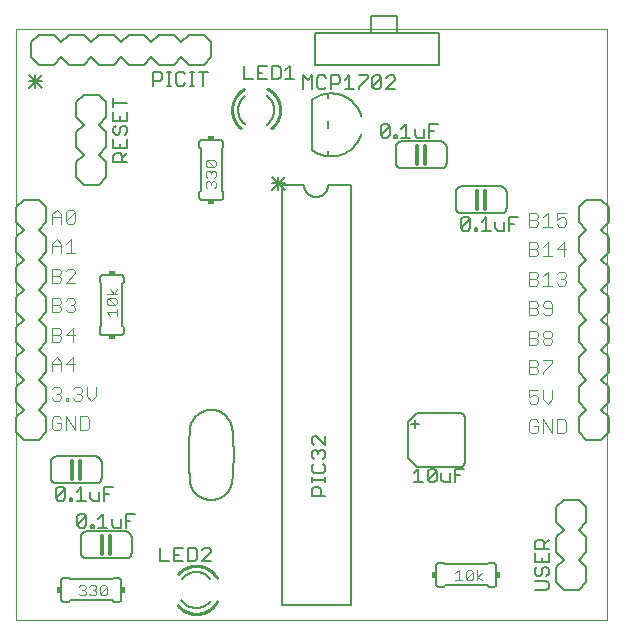
<source format=gto>
G75*
%MOIN*%
%OFA0B0*%
%FSLAX25Y25*%
%IPPOS*%
%LPD*%
%AMOC8*
5,1,8,0,0,1.08239X$1,22.5*
%
%ADD10C,0.00000*%
%ADD11C,0.00400*%
%ADD12C,0.00600*%
%ADD13C,0.00800*%
%ADD14C,0.00500*%
%ADD15C,0.01000*%
%ADD16R,0.02000X0.01500*%
%ADD17R,0.01500X0.02000*%
%ADD18C,0.01200*%
D10*
X0001800Y0001800D02*
X0001800Y0198650D01*
X0198650Y0198650D01*
X0198650Y0001800D01*
X0001800Y0001800D01*
D11*
X0022627Y0010584D02*
X0023211Y0010000D01*
X0024378Y0010000D01*
X0024962Y0010584D01*
X0024962Y0011168D01*
X0024378Y0011751D01*
X0023794Y0011751D01*
X0024378Y0011751D02*
X0024962Y0012335D01*
X0024962Y0012919D01*
X0024378Y0013503D01*
X0023211Y0013503D01*
X0022627Y0012919D01*
X0026218Y0012919D02*
X0026802Y0013503D01*
X0027969Y0013503D01*
X0028553Y0012919D01*
X0028553Y0012335D01*
X0027969Y0011751D01*
X0028553Y0011168D01*
X0028553Y0010584D01*
X0027969Y0010000D01*
X0026802Y0010000D01*
X0026218Y0010584D01*
X0027386Y0011751D02*
X0027969Y0011751D01*
X0029809Y0010584D02*
X0030393Y0010000D01*
X0031560Y0010000D01*
X0032144Y0010584D01*
X0032144Y0012919D01*
X0029809Y0010584D01*
X0029809Y0012919D01*
X0030393Y0013503D01*
X0031560Y0013503D01*
X0032144Y0012919D01*
X0025321Y0064992D02*
X0023019Y0064992D01*
X0023019Y0069596D01*
X0025321Y0069596D01*
X0026088Y0068829D01*
X0026088Y0065759D01*
X0025321Y0064992D01*
X0021484Y0064992D02*
X0021484Y0069596D01*
X0018415Y0069596D02*
X0021484Y0064992D01*
X0018415Y0064992D02*
X0018415Y0069596D01*
X0016880Y0068829D02*
X0016113Y0069596D01*
X0014578Y0069596D01*
X0013811Y0068829D01*
X0013811Y0065759D01*
X0014578Y0064992D01*
X0016113Y0064992D01*
X0016880Y0065759D01*
X0016880Y0067294D01*
X0015346Y0067294D01*
X0016113Y0074835D02*
X0014578Y0074835D01*
X0013811Y0075602D01*
X0015346Y0077137D02*
X0016113Y0077137D01*
X0016880Y0076369D01*
X0016880Y0075602D01*
X0016113Y0074835D01*
X0016113Y0077137D02*
X0016880Y0077904D01*
X0016880Y0078671D01*
X0016113Y0079439D01*
X0014578Y0079439D01*
X0013811Y0078671D01*
X0018415Y0075602D02*
X0019182Y0075602D01*
X0019182Y0074835D01*
X0018415Y0074835D01*
X0018415Y0075602D01*
X0020717Y0075602D02*
X0021484Y0074835D01*
X0023019Y0074835D01*
X0023786Y0075602D01*
X0023786Y0076369D01*
X0023019Y0077137D01*
X0022252Y0077137D01*
X0023019Y0077137D02*
X0023786Y0077904D01*
X0023786Y0078671D01*
X0023019Y0079439D01*
X0021484Y0079439D01*
X0020717Y0078671D01*
X0025321Y0079439D02*
X0025321Y0076369D01*
X0026855Y0074835D01*
X0028390Y0076369D01*
X0028390Y0079439D01*
X0020717Y0084677D02*
X0020717Y0089281D01*
X0018415Y0086979D01*
X0021484Y0086979D01*
X0016880Y0086979D02*
X0013811Y0086979D01*
X0013811Y0087746D02*
X0015346Y0089281D01*
X0016880Y0087746D01*
X0016880Y0084677D01*
X0013811Y0084677D02*
X0013811Y0087746D01*
X0013811Y0094520D02*
X0016113Y0094520D01*
X0016880Y0095287D01*
X0016880Y0096054D01*
X0016113Y0096822D01*
X0013811Y0096822D01*
X0013811Y0094520D02*
X0013811Y0099124D01*
X0016113Y0099124D01*
X0016880Y0098356D01*
X0016880Y0097589D01*
X0016113Y0096822D01*
X0018415Y0096822D02*
X0021484Y0096822D01*
X0020717Y0094520D02*
X0020717Y0099124D01*
X0018415Y0096822D01*
X0019182Y0104362D02*
X0018415Y0105130D01*
X0019182Y0104362D02*
X0020717Y0104362D01*
X0021484Y0105130D01*
X0021484Y0105897D01*
X0020717Y0106664D01*
X0019950Y0106664D01*
X0020717Y0106664D02*
X0021484Y0107431D01*
X0021484Y0108199D01*
X0020717Y0108966D01*
X0019182Y0108966D01*
X0018415Y0108199D01*
X0016880Y0108199D02*
X0016880Y0107431D01*
X0016113Y0106664D01*
X0013811Y0106664D01*
X0013811Y0104362D02*
X0016113Y0104362D01*
X0016880Y0105130D01*
X0016880Y0105897D01*
X0016113Y0106664D01*
X0016880Y0108199D02*
X0016113Y0108966D01*
X0013811Y0108966D01*
X0013811Y0104362D01*
X0013811Y0114205D02*
X0016113Y0114205D01*
X0016880Y0114972D01*
X0016880Y0115739D01*
X0016113Y0116507D01*
X0013811Y0116507D01*
X0013811Y0114205D02*
X0013811Y0118809D01*
X0016113Y0118809D01*
X0016880Y0118041D01*
X0016880Y0117274D01*
X0016113Y0116507D01*
X0018415Y0118041D02*
X0019182Y0118809D01*
X0020717Y0118809D01*
X0021484Y0118041D01*
X0021484Y0117274D01*
X0018415Y0114205D01*
X0021484Y0114205D01*
X0021484Y0124047D02*
X0018415Y0124047D01*
X0019950Y0124047D02*
X0019950Y0128651D01*
X0018415Y0127117D01*
X0016880Y0127117D02*
X0016880Y0124047D01*
X0016880Y0126349D02*
X0013811Y0126349D01*
X0013811Y0127117D02*
X0013811Y0124047D01*
X0013811Y0127117D02*
X0015346Y0128651D01*
X0016880Y0127117D01*
X0016880Y0133890D02*
X0016880Y0136959D01*
X0015346Y0138494D01*
X0013811Y0136959D01*
X0013811Y0133890D01*
X0013811Y0136192D02*
X0016880Y0136192D01*
X0018415Y0134657D02*
X0018415Y0137726D01*
X0019182Y0138494D01*
X0020717Y0138494D01*
X0021484Y0137726D01*
X0018415Y0134657D01*
X0019182Y0133890D01*
X0020717Y0133890D01*
X0021484Y0134657D01*
X0021484Y0137726D01*
X0033139Y0112159D02*
X0034306Y0110407D01*
X0035474Y0112159D01*
X0035474Y0110407D02*
X0031971Y0110407D01*
X0032555Y0109152D02*
X0034890Y0106816D01*
X0035474Y0107400D01*
X0035474Y0108568D01*
X0034890Y0109152D01*
X0032555Y0109152D01*
X0031971Y0108568D01*
X0031971Y0107400D01*
X0032555Y0106816D01*
X0034890Y0106816D01*
X0035474Y0105561D02*
X0035474Y0103225D01*
X0035474Y0104393D02*
X0031971Y0104393D01*
X0033139Y0103225D01*
X0065581Y0145600D02*
X0064997Y0146184D01*
X0064997Y0147351D01*
X0065581Y0147935D01*
X0066165Y0147935D01*
X0066749Y0147351D01*
X0067332Y0147935D01*
X0067916Y0147935D01*
X0068500Y0147351D01*
X0068500Y0146184D01*
X0067916Y0145600D01*
X0066749Y0146768D02*
X0066749Y0147351D01*
X0067916Y0149191D02*
X0068500Y0149775D01*
X0068500Y0150943D01*
X0067916Y0151526D01*
X0067332Y0151526D01*
X0066749Y0150943D01*
X0066749Y0150359D01*
X0066749Y0150943D02*
X0066165Y0151526D01*
X0065581Y0151526D01*
X0064997Y0150943D01*
X0064997Y0149775D01*
X0065581Y0149191D01*
X0065581Y0152782D02*
X0064997Y0153366D01*
X0064997Y0154534D01*
X0065581Y0155117D01*
X0067916Y0152782D01*
X0068500Y0153366D01*
X0068500Y0154534D01*
X0067916Y0155117D01*
X0065581Y0155117D01*
X0065581Y0152782D02*
X0067916Y0152782D01*
X0172811Y0137494D02*
X0172811Y0132890D01*
X0175113Y0132890D01*
X0175880Y0133657D01*
X0175880Y0134424D01*
X0175113Y0135192D01*
X0172811Y0135192D01*
X0172811Y0137494D02*
X0175113Y0137494D01*
X0175880Y0136726D01*
X0175880Y0135959D01*
X0175113Y0135192D01*
X0177415Y0135959D02*
X0178950Y0137494D01*
X0178950Y0132890D01*
X0180484Y0132890D02*
X0177415Y0132890D01*
X0182019Y0133657D02*
X0182786Y0132890D01*
X0184321Y0132890D01*
X0185088Y0133657D01*
X0185088Y0135192D01*
X0184321Y0135959D01*
X0183554Y0135959D01*
X0182019Y0135192D01*
X0182019Y0137494D01*
X0185088Y0137494D01*
X0184321Y0127651D02*
X0182019Y0125349D01*
X0185088Y0125349D01*
X0184321Y0123047D02*
X0184321Y0127651D01*
X0180484Y0123047D02*
X0177415Y0123047D01*
X0178950Y0123047D02*
X0178950Y0127651D01*
X0177415Y0126117D01*
X0175880Y0126117D02*
X0175880Y0126884D01*
X0175113Y0127651D01*
X0172811Y0127651D01*
X0172811Y0123047D01*
X0175113Y0123047D01*
X0175880Y0123815D01*
X0175880Y0124582D01*
X0175113Y0125349D01*
X0172811Y0125349D01*
X0175113Y0125349D02*
X0175880Y0126117D01*
X0175113Y0117809D02*
X0172811Y0117809D01*
X0172811Y0113205D01*
X0175113Y0113205D01*
X0175880Y0113972D01*
X0175880Y0114739D01*
X0175113Y0115507D01*
X0172811Y0115507D01*
X0175113Y0115507D02*
X0175880Y0116274D01*
X0175880Y0117041D01*
X0175113Y0117809D01*
X0177415Y0116274D02*
X0178950Y0117809D01*
X0178950Y0113205D01*
X0180484Y0113205D02*
X0177415Y0113205D01*
X0182019Y0113972D02*
X0182786Y0113205D01*
X0184321Y0113205D01*
X0185088Y0113972D01*
X0185088Y0114739D01*
X0184321Y0115507D01*
X0183554Y0115507D01*
X0184321Y0115507D02*
X0185088Y0116274D01*
X0185088Y0117041D01*
X0184321Y0117809D01*
X0182786Y0117809D01*
X0182019Y0117041D01*
X0179717Y0107966D02*
X0178182Y0107966D01*
X0177415Y0107199D01*
X0177415Y0106431D01*
X0178182Y0105664D01*
X0180484Y0105664D01*
X0180484Y0104130D02*
X0180484Y0107199D01*
X0179717Y0107966D01*
X0180484Y0104130D02*
X0179717Y0103362D01*
X0178182Y0103362D01*
X0177415Y0104130D01*
X0175880Y0104130D02*
X0175880Y0104897D01*
X0175113Y0105664D01*
X0172811Y0105664D01*
X0172811Y0103362D02*
X0175113Y0103362D01*
X0175880Y0104130D01*
X0175113Y0105664D02*
X0175880Y0106431D01*
X0175880Y0107199D01*
X0175113Y0107966D01*
X0172811Y0107966D01*
X0172811Y0103362D01*
X0172811Y0098124D02*
X0175113Y0098124D01*
X0175880Y0097356D01*
X0175880Y0096589D01*
X0175113Y0095822D01*
X0172811Y0095822D01*
X0172811Y0093520D02*
X0172811Y0098124D01*
X0175113Y0095822D02*
X0175880Y0095054D01*
X0175880Y0094287D01*
X0175113Y0093520D01*
X0172811Y0093520D01*
X0172811Y0088281D02*
X0175113Y0088281D01*
X0175880Y0087514D01*
X0175880Y0086746D01*
X0175113Y0085979D01*
X0172811Y0085979D01*
X0172811Y0083677D02*
X0172811Y0088281D01*
X0175113Y0085979D02*
X0175880Y0085212D01*
X0175880Y0084444D01*
X0175113Y0083677D01*
X0172811Y0083677D01*
X0172811Y0078439D02*
X0172811Y0076137D01*
X0174346Y0076904D01*
X0175113Y0076904D01*
X0175880Y0076137D01*
X0175880Y0074602D01*
X0175113Y0073835D01*
X0173578Y0073835D01*
X0172811Y0074602D01*
X0172811Y0078439D02*
X0175880Y0078439D01*
X0177415Y0078439D02*
X0177415Y0075369D01*
X0178950Y0073835D01*
X0180484Y0075369D01*
X0180484Y0078439D01*
X0177415Y0083677D02*
X0177415Y0084444D01*
X0180484Y0087514D01*
X0180484Y0088281D01*
X0177415Y0088281D01*
X0178182Y0093520D02*
X0177415Y0094287D01*
X0177415Y0095054D01*
X0178182Y0095822D01*
X0179717Y0095822D01*
X0180484Y0095054D01*
X0180484Y0094287D01*
X0179717Y0093520D01*
X0178182Y0093520D01*
X0178182Y0095822D02*
X0177415Y0096589D01*
X0177415Y0097356D01*
X0178182Y0098124D01*
X0179717Y0098124D01*
X0180484Y0097356D01*
X0180484Y0096589D01*
X0179717Y0095822D01*
X0180484Y0068596D02*
X0180484Y0063992D01*
X0177415Y0068596D01*
X0177415Y0063992D01*
X0175880Y0064759D02*
X0175880Y0066294D01*
X0174346Y0066294D01*
X0175880Y0064759D02*
X0175113Y0063992D01*
X0173578Y0063992D01*
X0172811Y0064759D01*
X0172811Y0067829D01*
X0173578Y0068596D01*
X0175113Y0068596D01*
X0175880Y0067829D01*
X0182019Y0068596D02*
X0182019Y0063992D01*
X0184321Y0063992D01*
X0185088Y0064759D01*
X0185088Y0067829D01*
X0184321Y0068596D01*
X0182019Y0068596D01*
X0155407Y0018503D02*
X0155407Y0015000D01*
X0155407Y0016168D02*
X0157159Y0017335D01*
X0155407Y0016168D02*
X0157159Y0015000D01*
X0154152Y0015584D02*
X0153568Y0015000D01*
X0152400Y0015000D01*
X0151816Y0015584D01*
X0154152Y0017919D01*
X0154152Y0015584D01*
X0154152Y0017919D02*
X0153568Y0018503D01*
X0152400Y0018503D01*
X0151816Y0017919D01*
X0151816Y0015584D01*
X0150561Y0015000D02*
X0148225Y0015000D01*
X0149393Y0015000D02*
X0149393Y0018503D01*
X0148225Y0017335D01*
D12*
X0144800Y0020300D02*
X0158800Y0020300D01*
X0159300Y0020800D01*
X0160800Y0020800D01*
X0160860Y0020798D01*
X0160921Y0020793D01*
X0160980Y0020784D01*
X0161039Y0020771D01*
X0161098Y0020755D01*
X0161155Y0020735D01*
X0161210Y0020712D01*
X0161265Y0020685D01*
X0161317Y0020656D01*
X0161368Y0020623D01*
X0161417Y0020587D01*
X0161463Y0020549D01*
X0161507Y0020507D01*
X0161549Y0020463D01*
X0161587Y0020417D01*
X0161623Y0020368D01*
X0161656Y0020317D01*
X0161685Y0020265D01*
X0161712Y0020210D01*
X0161735Y0020155D01*
X0161755Y0020098D01*
X0161771Y0020039D01*
X0161784Y0019980D01*
X0161793Y0019921D01*
X0161798Y0019860D01*
X0161800Y0019800D01*
X0161800Y0013800D01*
X0161798Y0013740D01*
X0161793Y0013679D01*
X0161784Y0013620D01*
X0161771Y0013561D01*
X0161755Y0013502D01*
X0161735Y0013445D01*
X0161712Y0013390D01*
X0161685Y0013335D01*
X0161656Y0013283D01*
X0161623Y0013232D01*
X0161587Y0013183D01*
X0161549Y0013137D01*
X0161507Y0013093D01*
X0161463Y0013051D01*
X0161417Y0013013D01*
X0161368Y0012977D01*
X0161317Y0012944D01*
X0161265Y0012915D01*
X0161210Y0012888D01*
X0161155Y0012865D01*
X0161098Y0012845D01*
X0161039Y0012829D01*
X0160980Y0012816D01*
X0160921Y0012807D01*
X0160860Y0012802D01*
X0160800Y0012800D01*
X0159300Y0012800D01*
X0158800Y0013300D01*
X0144800Y0013300D01*
X0144300Y0012800D01*
X0142800Y0012800D01*
X0142740Y0012802D01*
X0142679Y0012807D01*
X0142620Y0012816D01*
X0142561Y0012829D01*
X0142502Y0012845D01*
X0142445Y0012865D01*
X0142390Y0012888D01*
X0142335Y0012915D01*
X0142283Y0012944D01*
X0142232Y0012977D01*
X0142183Y0013013D01*
X0142137Y0013051D01*
X0142093Y0013093D01*
X0142051Y0013137D01*
X0142013Y0013183D01*
X0141977Y0013232D01*
X0141944Y0013283D01*
X0141915Y0013335D01*
X0141888Y0013390D01*
X0141865Y0013445D01*
X0141845Y0013502D01*
X0141829Y0013561D01*
X0141816Y0013620D01*
X0141807Y0013679D01*
X0141802Y0013740D01*
X0141800Y0013800D01*
X0141800Y0019800D01*
X0141802Y0019860D01*
X0141807Y0019921D01*
X0141816Y0019980D01*
X0141829Y0020039D01*
X0141845Y0020098D01*
X0141865Y0020155D01*
X0141888Y0020210D01*
X0141915Y0020265D01*
X0141944Y0020317D01*
X0141977Y0020368D01*
X0142013Y0020417D01*
X0142051Y0020463D01*
X0142093Y0020507D01*
X0142137Y0020549D01*
X0142183Y0020587D01*
X0142232Y0020623D01*
X0142283Y0020656D01*
X0142335Y0020685D01*
X0142390Y0020712D01*
X0142445Y0020735D01*
X0142502Y0020755D01*
X0142561Y0020771D01*
X0142620Y0020784D01*
X0142679Y0020793D01*
X0142740Y0020798D01*
X0142800Y0020800D01*
X0144300Y0020800D01*
X0144800Y0020300D01*
X0149800Y0052800D02*
X0135300Y0052800D01*
X0132300Y0055800D01*
X0132300Y0067800D01*
X0135300Y0070800D01*
X0149800Y0070800D01*
X0149876Y0070798D01*
X0149952Y0070792D01*
X0150027Y0070783D01*
X0150102Y0070769D01*
X0150176Y0070752D01*
X0150249Y0070731D01*
X0150321Y0070707D01*
X0150392Y0070678D01*
X0150461Y0070647D01*
X0150528Y0070612D01*
X0150593Y0070573D01*
X0150657Y0070531D01*
X0150718Y0070486D01*
X0150777Y0070438D01*
X0150833Y0070387D01*
X0150887Y0070333D01*
X0150938Y0070277D01*
X0150986Y0070218D01*
X0151031Y0070157D01*
X0151073Y0070093D01*
X0151112Y0070028D01*
X0151147Y0069961D01*
X0151178Y0069892D01*
X0151207Y0069821D01*
X0151231Y0069749D01*
X0151252Y0069676D01*
X0151269Y0069602D01*
X0151283Y0069527D01*
X0151292Y0069452D01*
X0151298Y0069376D01*
X0151300Y0069300D01*
X0151300Y0054300D01*
X0151298Y0054224D01*
X0151292Y0054148D01*
X0151283Y0054073D01*
X0151269Y0053998D01*
X0151252Y0053924D01*
X0151231Y0053851D01*
X0151207Y0053779D01*
X0151178Y0053708D01*
X0151147Y0053639D01*
X0151112Y0053572D01*
X0151073Y0053507D01*
X0151031Y0053443D01*
X0150986Y0053382D01*
X0150938Y0053323D01*
X0150887Y0053267D01*
X0150833Y0053213D01*
X0150777Y0053162D01*
X0150718Y0053114D01*
X0150657Y0053069D01*
X0150593Y0053027D01*
X0150528Y0052988D01*
X0150461Y0052953D01*
X0150392Y0052922D01*
X0150321Y0052893D01*
X0150249Y0052869D01*
X0150176Y0052848D01*
X0150102Y0052831D01*
X0150027Y0052817D01*
X0149952Y0052808D01*
X0149876Y0052802D01*
X0149800Y0052800D01*
X0136100Y0067200D02*
X0133500Y0067200D01*
X0134800Y0068400D02*
X0134800Y0065900D01*
X0113300Y0006800D02*
X0090300Y0006800D01*
X0090300Y0146800D01*
X0097800Y0146800D01*
X0097802Y0146674D01*
X0097808Y0146549D01*
X0097818Y0146424D01*
X0097832Y0146299D01*
X0097849Y0146174D01*
X0097871Y0146050D01*
X0097896Y0145927D01*
X0097926Y0145805D01*
X0097959Y0145684D01*
X0097996Y0145564D01*
X0098036Y0145445D01*
X0098081Y0145328D01*
X0098129Y0145211D01*
X0098181Y0145097D01*
X0098236Y0144984D01*
X0098295Y0144873D01*
X0098357Y0144764D01*
X0098423Y0144657D01*
X0098492Y0144552D01*
X0098564Y0144449D01*
X0098639Y0144348D01*
X0098718Y0144250D01*
X0098800Y0144155D01*
X0098884Y0144062D01*
X0098972Y0143972D01*
X0099062Y0143884D01*
X0099155Y0143800D01*
X0099250Y0143718D01*
X0099348Y0143639D01*
X0099449Y0143564D01*
X0099552Y0143492D01*
X0099657Y0143423D01*
X0099764Y0143357D01*
X0099873Y0143295D01*
X0099984Y0143236D01*
X0100097Y0143181D01*
X0100211Y0143129D01*
X0100328Y0143081D01*
X0100445Y0143036D01*
X0100564Y0142996D01*
X0100684Y0142959D01*
X0100805Y0142926D01*
X0100927Y0142896D01*
X0101050Y0142871D01*
X0101174Y0142849D01*
X0101299Y0142832D01*
X0101424Y0142818D01*
X0101549Y0142808D01*
X0101674Y0142802D01*
X0101800Y0142800D01*
X0101926Y0142802D01*
X0102051Y0142808D01*
X0102176Y0142818D01*
X0102301Y0142832D01*
X0102426Y0142849D01*
X0102550Y0142871D01*
X0102673Y0142896D01*
X0102795Y0142926D01*
X0102916Y0142959D01*
X0103036Y0142996D01*
X0103155Y0143036D01*
X0103272Y0143081D01*
X0103389Y0143129D01*
X0103503Y0143181D01*
X0103616Y0143236D01*
X0103727Y0143295D01*
X0103836Y0143357D01*
X0103943Y0143423D01*
X0104048Y0143492D01*
X0104151Y0143564D01*
X0104252Y0143639D01*
X0104350Y0143718D01*
X0104445Y0143800D01*
X0104538Y0143884D01*
X0104628Y0143972D01*
X0104716Y0144062D01*
X0104800Y0144155D01*
X0104882Y0144250D01*
X0104961Y0144348D01*
X0105036Y0144449D01*
X0105108Y0144552D01*
X0105177Y0144657D01*
X0105243Y0144764D01*
X0105305Y0144873D01*
X0105364Y0144984D01*
X0105419Y0145097D01*
X0105471Y0145211D01*
X0105519Y0145328D01*
X0105564Y0145445D01*
X0105604Y0145564D01*
X0105641Y0145684D01*
X0105674Y0145805D01*
X0105704Y0145927D01*
X0105729Y0146050D01*
X0105751Y0146174D01*
X0105768Y0146299D01*
X0105782Y0146424D01*
X0105792Y0146549D01*
X0105798Y0146674D01*
X0105800Y0146800D01*
X0113300Y0146800D01*
X0113300Y0006800D01*
X0061800Y0005800D02*
X0061646Y0005802D01*
X0061492Y0005808D01*
X0061338Y0005818D01*
X0061184Y0005832D01*
X0061031Y0005849D01*
X0060879Y0005871D01*
X0060727Y0005897D01*
X0060575Y0005926D01*
X0060425Y0005960D01*
X0060275Y0005997D01*
X0060127Y0006038D01*
X0059979Y0006083D01*
X0059833Y0006132D01*
X0059688Y0006184D01*
X0059545Y0006240D01*
X0059402Y0006300D01*
X0059262Y0006363D01*
X0059123Y0006430D01*
X0058986Y0006501D01*
X0058851Y0006575D01*
X0058718Y0006652D01*
X0058586Y0006733D01*
X0058457Y0006817D01*
X0058330Y0006905D01*
X0058206Y0006996D01*
X0058084Y0007089D01*
X0057964Y0007187D01*
X0057847Y0007287D01*
X0057732Y0007390D01*
X0057620Y0007496D01*
X0057511Y0007604D01*
X0057405Y0007716D01*
X0057301Y0007830D01*
X0057201Y0007947D01*
X0057103Y0008066D01*
X0057009Y0008188D01*
X0056918Y0008313D01*
X0061800Y0017800D02*
X0061952Y0017798D01*
X0062103Y0017792D01*
X0062254Y0017783D01*
X0062406Y0017769D01*
X0062556Y0017752D01*
X0062706Y0017731D01*
X0062856Y0017706D01*
X0063005Y0017678D01*
X0063153Y0017645D01*
X0063300Y0017609D01*
X0063447Y0017570D01*
X0063592Y0017526D01*
X0063736Y0017479D01*
X0063879Y0017428D01*
X0064020Y0017374D01*
X0064161Y0017316D01*
X0064299Y0017255D01*
X0064436Y0017190D01*
X0064572Y0017121D01*
X0064705Y0017050D01*
X0064837Y0016975D01*
X0064967Y0016896D01*
X0065094Y0016815D01*
X0065220Y0016730D01*
X0065344Y0016642D01*
X0065465Y0016551D01*
X0065584Y0016457D01*
X0065700Y0016359D01*
X0065814Y0016259D01*
X0065926Y0016157D01*
X0066034Y0016051D01*
X0066140Y0015943D01*
X0066244Y0015832D01*
X0066344Y0015718D01*
X0066442Y0015602D01*
X0066536Y0015483D01*
X0061800Y0017800D02*
X0061648Y0017798D01*
X0061497Y0017792D01*
X0061346Y0017783D01*
X0061194Y0017769D01*
X0061044Y0017752D01*
X0060894Y0017731D01*
X0060744Y0017706D01*
X0060595Y0017678D01*
X0060447Y0017645D01*
X0060300Y0017609D01*
X0060153Y0017570D01*
X0060008Y0017526D01*
X0059864Y0017479D01*
X0059721Y0017428D01*
X0059580Y0017374D01*
X0059439Y0017316D01*
X0059301Y0017255D01*
X0059164Y0017190D01*
X0059028Y0017121D01*
X0058895Y0017050D01*
X0058763Y0016975D01*
X0058633Y0016896D01*
X0058506Y0016815D01*
X0058380Y0016730D01*
X0058256Y0016642D01*
X0058135Y0016551D01*
X0058016Y0016457D01*
X0057900Y0016359D01*
X0057786Y0016259D01*
X0057674Y0016157D01*
X0057566Y0016051D01*
X0057460Y0015943D01*
X0057356Y0015832D01*
X0057256Y0015718D01*
X0057158Y0015602D01*
X0057064Y0015483D01*
X0061800Y0005800D02*
X0061950Y0005802D01*
X0062101Y0005808D01*
X0062251Y0005817D01*
X0062400Y0005830D01*
X0062550Y0005847D01*
X0062699Y0005868D01*
X0062847Y0005892D01*
X0062995Y0005920D01*
X0063142Y0005952D01*
X0063288Y0005987D01*
X0063433Y0006027D01*
X0063577Y0006069D01*
X0063720Y0006116D01*
X0063862Y0006166D01*
X0064003Y0006219D01*
X0064142Y0006276D01*
X0064280Y0006336D01*
X0064416Y0006400D01*
X0064550Y0006467D01*
X0064683Y0006538D01*
X0064814Y0006612D01*
X0064943Y0006689D01*
X0065070Y0006770D01*
X0065195Y0006853D01*
X0065318Y0006940D01*
X0065439Y0007029D01*
X0065557Y0007122D01*
X0065673Y0007218D01*
X0065787Y0007316D01*
X0065898Y0007417D01*
X0066007Y0007522D01*
X0066112Y0007628D01*
X0066216Y0007738D01*
X0066316Y0007850D01*
X0066414Y0007964D01*
X0066508Y0008081D01*
X0066600Y0008200D01*
X0040300Y0024300D02*
X0040300Y0029300D01*
X0040298Y0029387D01*
X0040292Y0029474D01*
X0040283Y0029561D01*
X0040270Y0029647D01*
X0040253Y0029733D01*
X0040232Y0029818D01*
X0040207Y0029901D01*
X0040179Y0029984D01*
X0040148Y0030065D01*
X0040113Y0030145D01*
X0040074Y0030223D01*
X0040032Y0030300D01*
X0039987Y0030375D01*
X0039938Y0030447D01*
X0039887Y0030518D01*
X0039832Y0030586D01*
X0039775Y0030651D01*
X0039714Y0030714D01*
X0039651Y0030775D01*
X0039586Y0030832D01*
X0039518Y0030887D01*
X0039447Y0030938D01*
X0039375Y0030987D01*
X0039300Y0031032D01*
X0039223Y0031074D01*
X0039145Y0031113D01*
X0039065Y0031148D01*
X0038984Y0031179D01*
X0038901Y0031207D01*
X0038818Y0031232D01*
X0038733Y0031253D01*
X0038647Y0031270D01*
X0038561Y0031283D01*
X0038474Y0031292D01*
X0038387Y0031298D01*
X0038300Y0031300D01*
X0025300Y0031300D01*
X0025213Y0031298D01*
X0025126Y0031292D01*
X0025039Y0031283D01*
X0024953Y0031270D01*
X0024867Y0031253D01*
X0024782Y0031232D01*
X0024699Y0031207D01*
X0024616Y0031179D01*
X0024535Y0031148D01*
X0024455Y0031113D01*
X0024377Y0031074D01*
X0024300Y0031032D01*
X0024225Y0030987D01*
X0024153Y0030938D01*
X0024082Y0030887D01*
X0024014Y0030832D01*
X0023949Y0030775D01*
X0023886Y0030714D01*
X0023825Y0030651D01*
X0023768Y0030586D01*
X0023713Y0030518D01*
X0023662Y0030447D01*
X0023613Y0030375D01*
X0023568Y0030300D01*
X0023526Y0030223D01*
X0023487Y0030145D01*
X0023452Y0030065D01*
X0023421Y0029984D01*
X0023393Y0029901D01*
X0023368Y0029818D01*
X0023347Y0029733D01*
X0023330Y0029647D01*
X0023317Y0029561D01*
X0023308Y0029474D01*
X0023302Y0029387D01*
X0023300Y0029300D01*
X0023300Y0024300D01*
X0023302Y0024213D01*
X0023308Y0024126D01*
X0023317Y0024039D01*
X0023330Y0023953D01*
X0023347Y0023867D01*
X0023368Y0023782D01*
X0023393Y0023699D01*
X0023421Y0023616D01*
X0023452Y0023535D01*
X0023487Y0023455D01*
X0023526Y0023377D01*
X0023568Y0023300D01*
X0023613Y0023225D01*
X0023662Y0023153D01*
X0023713Y0023082D01*
X0023768Y0023014D01*
X0023825Y0022949D01*
X0023886Y0022886D01*
X0023949Y0022825D01*
X0024014Y0022768D01*
X0024082Y0022713D01*
X0024153Y0022662D01*
X0024225Y0022613D01*
X0024300Y0022568D01*
X0024377Y0022526D01*
X0024455Y0022487D01*
X0024535Y0022452D01*
X0024616Y0022421D01*
X0024699Y0022393D01*
X0024782Y0022368D01*
X0024867Y0022347D01*
X0024953Y0022330D01*
X0025039Y0022317D01*
X0025126Y0022308D01*
X0025213Y0022302D01*
X0025300Y0022300D01*
X0038300Y0022300D01*
X0038387Y0022302D01*
X0038474Y0022308D01*
X0038561Y0022317D01*
X0038647Y0022330D01*
X0038733Y0022347D01*
X0038818Y0022368D01*
X0038901Y0022393D01*
X0038984Y0022421D01*
X0039065Y0022452D01*
X0039145Y0022487D01*
X0039223Y0022526D01*
X0039300Y0022568D01*
X0039375Y0022613D01*
X0039447Y0022662D01*
X0039518Y0022713D01*
X0039586Y0022768D01*
X0039651Y0022825D01*
X0039714Y0022886D01*
X0039775Y0022949D01*
X0039832Y0023014D01*
X0039887Y0023082D01*
X0039938Y0023153D01*
X0039987Y0023225D01*
X0040032Y0023300D01*
X0040074Y0023377D01*
X0040113Y0023455D01*
X0040148Y0023535D01*
X0040179Y0023616D01*
X0040207Y0023699D01*
X0040232Y0023782D01*
X0040253Y0023867D01*
X0040270Y0023953D01*
X0040283Y0024039D01*
X0040292Y0024126D01*
X0040298Y0024213D01*
X0040300Y0024300D01*
X0035800Y0015800D02*
X0034300Y0015800D01*
X0033800Y0015300D01*
X0019800Y0015300D01*
X0019300Y0015800D01*
X0017800Y0015800D01*
X0017740Y0015798D01*
X0017679Y0015793D01*
X0017620Y0015784D01*
X0017561Y0015771D01*
X0017502Y0015755D01*
X0017445Y0015735D01*
X0017390Y0015712D01*
X0017335Y0015685D01*
X0017283Y0015656D01*
X0017232Y0015623D01*
X0017183Y0015587D01*
X0017137Y0015549D01*
X0017093Y0015507D01*
X0017051Y0015463D01*
X0017013Y0015417D01*
X0016977Y0015368D01*
X0016944Y0015317D01*
X0016915Y0015265D01*
X0016888Y0015210D01*
X0016865Y0015155D01*
X0016845Y0015098D01*
X0016829Y0015039D01*
X0016816Y0014980D01*
X0016807Y0014921D01*
X0016802Y0014860D01*
X0016800Y0014800D01*
X0016800Y0008800D01*
X0016802Y0008740D01*
X0016807Y0008679D01*
X0016816Y0008620D01*
X0016829Y0008561D01*
X0016845Y0008502D01*
X0016865Y0008445D01*
X0016888Y0008390D01*
X0016915Y0008335D01*
X0016944Y0008283D01*
X0016977Y0008232D01*
X0017013Y0008183D01*
X0017051Y0008137D01*
X0017093Y0008093D01*
X0017137Y0008051D01*
X0017183Y0008013D01*
X0017232Y0007977D01*
X0017283Y0007944D01*
X0017335Y0007915D01*
X0017390Y0007888D01*
X0017445Y0007865D01*
X0017502Y0007845D01*
X0017561Y0007829D01*
X0017620Y0007816D01*
X0017679Y0007807D01*
X0017740Y0007802D01*
X0017800Y0007800D01*
X0019300Y0007800D01*
X0019800Y0008300D01*
X0033800Y0008300D01*
X0034300Y0007800D01*
X0035800Y0007800D01*
X0035860Y0007802D01*
X0035921Y0007807D01*
X0035980Y0007816D01*
X0036039Y0007829D01*
X0036098Y0007845D01*
X0036155Y0007865D01*
X0036210Y0007888D01*
X0036265Y0007915D01*
X0036317Y0007944D01*
X0036368Y0007977D01*
X0036417Y0008013D01*
X0036463Y0008051D01*
X0036507Y0008093D01*
X0036549Y0008137D01*
X0036587Y0008183D01*
X0036623Y0008232D01*
X0036656Y0008283D01*
X0036685Y0008335D01*
X0036712Y0008390D01*
X0036735Y0008445D01*
X0036755Y0008502D01*
X0036771Y0008561D01*
X0036784Y0008620D01*
X0036793Y0008679D01*
X0036798Y0008740D01*
X0036800Y0008800D01*
X0036800Y0014800D01*
X0036798Y0014860D01*
X0036793Y0014921D01*
X0036784Y0014980D01*
X0036771Y0015039D01*
X0036755Y0015098D01*
X0036735Y0015155D01*
X0036712Y0015210D01*
X0036685Y0015265D01*
X0036656Y0015317D01*
X0036623Y0015368D01*
X0036587Y0015417D01*
X0036549Y0015463D01*
X0036507Y0015507D01*
X0036463Y0015549D01*
X0036417Y0015587D01*
X0036368Y0015623D01*
X0036317Y0015656D01*
X0036265Y0015685D01*
X0036210Y0015712D01*
X0036155Y0015735D01*
X0036098Y0015755D01*
X0036039Y0015771D01*
X0035980Y0015784D01*
X0035921Y0015793D01*
X0035860Y0015798D01*
X0035800Y0015800D01*
X0028300Y0047300D02*
X0015300Y0047300D01*
X0015213Y0047302D01*
X0015126Y0047308D01*
X0015039Y0047317D01*
X0014953Y0047330D01*
X0014867Y0047347D01*
X0014782Y0047368D01*
X0014699Y0047393D01*
X0014616Y0047421D01*
X0014535Y0047452D01*
X0014455Y0047487D01*
X0014377Y0047526D01*
X0014300Y0047568D01*
X0014225Y0047613D01*
X0014153Y0047662D01*
X0014082Y0047713D01*
X0014014Y0047768D01*
X0013949Y0047825D01*
X0013886Y0047886D01*
X0013825Y0047949D01*
X0013768Y0048014D01*
X0013713Y0048082D01*
X0013662Y0048153D01*
X0013613Y0048225D01*
X0013568Y0048300D01*
X0013526Y0048377D01*
X0013487Y0048455D01*
X0013452Y0048535D01*
X0013421Y0048616D01*
X0013393Y0048699D01*
X0013368Y0048782D01*
X0013347Y0048867D01*
X0013330Y0048953D01*
X0013317Y0049039D01*
X0013308Y0049126D01*
X0013302Y0049213D01*
X0013300Y0049300D01*
X0013300Y0054300D01*
X0013302Y0054387D01*
X0013308Y0054474D01*
X0013317Y0054561D01*
X0013330Y0054647D01*
X0013347Y0054733D01*
X0013368Y0054818D01*
X0013393Y0054901D01*
X0013421Y0054984D01*
X0013452Y0055065D01*
X0013487Y0055145D01*
X0013526Y0055223D01*
X0013568Y0055300D01*
X0013613Y0055375D01*
X0013662Y0055447D01*
X0013713Y0055518D01*
X0013768Y0055586D01*
X0013825Y0055651D01*
X0013886Y0055714D01*
X0013949Y0055775D01*
X0014014Y0055832D01*
X0014082Y0055887D01*
X0014153Y0055938D01*
X0014225Y0055987D01*
X0014300Y0056032D01*
X0014377Y0056074D01*
X0014455Y0056113D01*
X0014535Y0056148D01*
X0014616Y0056179D01*
X0014699Y0056207D01*
X0014782Y0056232D01*
X0014867Y0056253D01*
X0014953Y0056270D01*
X0015039Y0056283D01*
X0015126Y0056292D01*
X0015213Y0056298D01*
X0015300Y0056300D01*
X0028300Y0056300D01*
X0028387Y0056298D01*
X0028474Y0056292D01*
X0028561Y0056283D01*
X0028647Y0056270D01*
X0028733Y0056253D01*
X0028818Y0056232D01*
X0028901Y0056207D01*
X0028984Y0056179D01*
X0029065Y0056148D01*
X0029145Y0056113D01*
X0029223Y0056074D01*
X0029300Y0056032D01*
X0029375Y0055987D01*
X0029447Y0055938D01*
X0029518Y0055887D01*
X0029586Y0055832D01*
X0029651Y0055775D01*
X0029714Y0055714D01*
X0029775Y0055651D01*
X0029832Y0055586D01*
X0029887Y0055518D01*
X0029938Y0055447D01*
X0029987Y0055375D01*
X0030032Y0055300D01*
X0030074Y0055223D01*
X0030113Y0055145D01*
X0030148Y0055065D01*
X0030179Y0054984D01*
X0030207Y0054901D01*
X0030232Y0054818D01*
X0030253Y0054733D01*
X0030270Y0054647D01*
X0030283Y0054561D01*
X0030292Y0054474D01*
X0030298Y0054387D01*
X0030300Y0054300D01*
X0030300Y0049300D01*
X0030298Y0049213D01*
X0030292Y0049126D01*
X0030283Y0049039D01*
X0030270Y0048953D01*
X0030253Y0048867D01*
X0030232Y0048782D01*
X0030207Y0048699D01*
X0030179Y0048616D01*
X0030148Y0048535D01*
X0030113Y0048455D01*
X0030074Y0048377D01*
X0030032Y0048300D01*
X0029987Y0048225D01*
X0029938Y0048153D01*
X0029887Y0048082D01*
X0029832Y0048014D01*
X0029775Y0047949D01*
X0029714Y0047886D01*
X0029651Y0047825D01*
X0029586Y0047768D01*
X0029518Y0047713D01*
X0029447Y0047662D01*
X0029375Y0047613D01*
X0029300Y0047568D01*
X0029223Y0047526D01*
X0029145Y0047487D01*
X0029065Y0047452D01*
X0028984Y0047421D01*
X0028901Y0047393D01*
X0028818Y0047368D01*
X0028733Y0047347D01*
X0028647Y0047330D01*
X0028561Y0047317D01*
X0028474Y0047308D01*
X0028387Y0047302D01*
X0028300Y0047300D01*
X0030674Y0096800D02*
X0036674Y0096800D01*
X0036734Y0096802D01*
X0036795Y0096807D01*
X0036854Y0096816D01*
X0036913Y0096829D01*
X0036972Y0096845D01*
X0037029Y0096865D01*
X0037084Y0096888D01*
X0037139Y0096915D01*
X0037191Y0096944D01*
X0037242Y0096977D01*
X0037291Y0097013D01*
X0037337Y0097051D01*
X0037381Y0097093D01*
X0037423Y0097137D01*
X0037461Y0097183D01*
X0037497Y0097232D01*
X0037530Y0097283D01*
X0037559Y0097335D01*
X0037586Y0097390D01*
X0037609Y0097445D01*
X0037629Y0097502D01*
X0037645Y0097561D01*
X0037658Y0097620D01*
X0037667Y0097679D01*
X0037672Y0097740D01*
X0037674Y0097800D01*
X0037674Y0099300D01*
X0037174Y0099800D01*
X0037174Y0113800D01*
X0037674Y0114300D01*
X0037674Y0115800D01*
X0037672Y0115860D01*
X0037667Y0115921D01*
X0037658Y0115980D01*
X0037645Y0116039D01*
X0037629Y0116098D01*
X0037609Y0116155D01*
X0037586Y0116210D01*
X0037559Y0116265D01*
X0037530Y0116317D01*
X0037497Y0116368D01*
X0037461Y0116417D01*
X0037423Y0116463D01*
X0037381Y0116507D01*
X0037337Y0116549D01*
X0037291Y0116587D01*
X0037242Y0116623D01*
X0037191Y0116656D01*
X0037139Y0116685D01*
X0037084Y0116712D01*
X0037029Y0116735D01*
X0036972Y0116755D01*
X0036913Y0116771D01*
X0036854Y0116784D01*
X0036795Y0116793D01*
X0036734Y0116798D01*
X0036674Y0116800D01*
X0030674Y0116800D01*
X0030614Y0116798D01*
X0030553Y0116793D01*
X0030494Y0116784D01*
X0030435Y0116771D01*
X0030376Y0116755D01*
X0030319Y0116735D01*
X0030264Y0116712D01*
X0030209Y0116685D01*
X0030157Y0116656D01*
X0030106Y0116623D01*
X0030057Y0116587D01*
X0030011Y0116549D01*
X0029967Y0116507D01*
X0029925Y0116463D01*
X0029887Y0116417D01*
X0029851Y0116368D01*
X0029818Y0116317D01*
X0029789Y0116265D01*
X0029762Y0116210D01*
X0029739Y0116155D01*
X0029719Y0116098D01*
X0029703Y0116039D01*
X0029690Y0115980D01*
X0029681Y0115921D01*
X0029676Y0115860D01*
X0029674Y0115800D01*
X0029674Y0114300D01*
X0030174Y0113800D01*
X0030174Y0099800D01*
X0029674Y0099300D01*
X0029674Y0097800D01*
X0029676Y0097740D01*
X0029681Y0097679D01*
X0029690Y0097620D01*
X0029703Y0097561D01*
X0029719Y0097502D01*
X0029739Y0097445D01*
X0029762Y0097390D01*
X0029789Y0097335D01*
X0029818Y0097283D01*
X0029851Y0097232D01*
X0029887Y0097183D01*
X0029925Y0097137D01*
X0029967Y0097093D01*
X0030011Y0097051D01*
X0030057Y0097013D01*
X0030106Y0096977D01*
X0030157Y0096944D01*
X0030209Y0096915D01*
X0030264Y0096888D01*
X0030319Y0096865D01*
X0030376Y0096845D01*
X0030435Y0096829D01*
X0030494Y0096816D01*
X0030553Y0096807D01*
X0030614Y0096802D01*
X0030674Y0096800D01*
X0063800Y0141800D02*
X0069800Y0141800D01*
X0069860Y0141802D01*
X0069921Y0141807D01*
X0069980Y0141816D01*
X0070039Y0141829D01*
X0070098Y0141845D01*
X0070155Y0141865D01*
X0070210Y0141888D01*
X0070265Y0141915D01*
X0070317Y0141944D01*
X0070368Y0141977D01*
X0070417Y0142013D01*
X0070463Y0142051D01*
X0070507Y0142093D01*
X0070549Y0142137D01*
X0070587Y0142183D01*
X0070623Y0142232D01*
X0070656Y0142283D01*
X0070685Y0142335D01*
X0070712Y0142390D01*
X0070735Y0142445D01*
X0070755Y0142502D01*
X0070771Y0142561D01*
X0070784Y0142620D01*
X0070793Y0142679D01*
X0070798Y0142740D01*
X0070800Y0142800D01*
X0070800Y0144300D01*
X0070300Y0144800D01*
X0070300Y0158800D01*
X0070800Y0159300D01*
X0070800Y0160800D01*
X0070798Y0160860D01*
X0070793Y0160921D01*
X0070784Y0160980D01*
X0070771Y0161039D01*
X0070755Y0161098D01*
X0070735Y0161155D01*
X0070712Y0161210D01*
X0070685Y0161265D01*
X0070656Y0161317D01*
X0070623Y0161368D01*
X0070587Y0161417D01*
X0070549Y0161463D01*
X0070507Y0161507D01*
X0070463Y0161549D01*
X0070417Y0161587D01*
X0070368Y0161623D01*
X0070317Y0161656D01*
X0070265Y0161685D01*
X0070210Y0161712D01*
X0070155Y0161735D01*
X0070098Y0161755D01*
X0070039Y0161771D01*
X0069980Y0161784D01*
X0069921Y0161793D01*
X0069860Y0161798D01*
X0069800Y0161800D01*
X0063800Y0161800D01*
X0063740Y0161798D01*
X0063679Y0161793D01*
X0063620Y0161784D01*
X0063561Y0161771D01*
X0063502Y0161755D01*
X0063445Y0161735D01*
X0063390Y0161712D01*
X0063335Y0161685D01*
X0063283Y0161656D01*
X0063232Y0161623D01*
X0063183Y0161587D01*
X0063137Y0161549D01*
X0063093Y0161507D01*
X0063051Y0161463D01*
X0063013Y0161417D01*
X0062977Y0161368D01*
X0062944Y0161317D01*
X0062915Y0161265D01*
X0062888Y0161210D01*
X0062865Y0161155D01*
X0062845Y0161098D01*
X0062829Y0161039D01*
X0062816Y0160980D01*
X0062807Y0160921D01*
X0062802Y0160860D01*
X0062800Y0160800D01*
X0062800Y0159300D01*
X0063300Y0158800D01*
X0063300Y0144800D01*
X0062800Y0144300D01*
X0062800Y0142800D01*
X0062802Y0142740D01*
X0062807Y0142679D01*
X0062816Y0142620D01*
X0062829Y0142561D01*
X0062845Y0142502D01*
X0062865Y0142445D01*
X0062888Y0142390D01*
X0062915Y0142335D01*
X0062944Y0142283D01*
X0062977Y0142232D01*
X0063013Y0142183D01*
X0063051Y0142137D01*
X0063093Y0142093D01*
X0063137Y0142051D01*
X0063183Y0142013D01*
X0063232Y0141977D01*
X0063283Y0141944D01*
X0063335Y0141915D01*
X0063390Y0141888D01*
X0063445Y0141865D01*
X0063502Y0141845D01*
X0063561Y0141829D01*
X0063620Y0141816D01*
X0063679Y0141807D01*
X0063740Y0141802D01*
X0063800Y0141800D01*
X0087100Y0145168D02*
X0091370Y0149438D01*
X0089235Y0149438D02*
X0089235Y0145168D01*
X0091370Y0145168D02*
X0087100Y0149438D01*
X0087100Y0147303D02*
X0091370Y0147303D01*
X0075800Y0171800D02*
X0075802Y0171952D01*
X0075808Y0172103D01*
X0075817Y0172254D01*
X0075831Y0172406D01*
X0075848Y0172556D01*
X0075869Y0172706D01*
X0075894Y0172856D01*
X0075922Y0173005D01*
X0075955Y0173153D01*
X0075991Y0173300D01*
X0076030Y0173447D01*
X0076074Y0173592D01*
X0076121Y0173736D01*
X0076172Y0173879D01*
X0076226Y0174020D01*
X0076284Y0174161D01*
X0076345Y0174299D01*
X0076410Y0174436D01*
X0076479Y0174572D01*
X0076550Y0174705D01*
X0076625Y0174837D01*
X0076704Y0174967D01*
X0076785Y0175094D01*
X0076870Y0175220D01*
X0076958Y0175344D01*
X0077049Y0175465D01*
X0077143Y0175584D01*
X0077241Y0175700D01*
X0077341Y0175814D01*
X0077443Y0175926D01*
X0077549Y0176034D01*
X0077657Y0176140D01*
X0077768Y0176244D01*
X0077882Y0176344D01*
X0077998Y0176442D01*
X0078117Y0176536D01*
X0087800Y0171800D02*
X0087798Y0171646D01*
X0087792Y0171492D01*
X0087782Y0171338D01*
X0087768Y0171184D01*
X0087751Y0171031D01*
X0087729Y0170879D01*
X0087703Y0170727D01*
X0087674Y0170575D01*
X0087640Y0170425D01*
X0087603Y0170275D01*
X0087562Y0170127D01*
X0087517Y0169979D01*
X0087468Y0169833D01*
X0087416Y0169688D01*
X0087360Y0169545D01*
X0087300Y0169402D01*
X0087237Y0169262D01*
X0087170Y0169123D01*
X0087099Y0168986D01*
X0087025Y0168851D01*
X0086948Y0168718D01*
X0086867Y0168586D01*
X0086783Y0168457D01*
X0086695Y0168330D01*
X0086604Y0168206D01*
X0086511Y0168084D01*
X0086413Y0167964D01*
X0086313Y0167847D01*
X0086210Y0167732D01*
X0086104Y0167620D01*
X0085996Y0167511D01*
X0085884Y0167405D01*
X0085770Y0167301D01*
X0085653Y0167201D01*
X0085534Y0167103D01*
X0085412Y0167009D01*
X0085287Y0166918D01*
X0087800Y0171800D02*
X0087798Y0171950D01*
X0087792Y0172101D01*
X0087783Y0172251D01*
X0087770Y0172400D01*
X0087753Y0172550D01*
X0087732Y0172699D01*
X0087708Y0172847D01*
X0087680Y0172995D01*
X0087648Y0173142D01*
X0087613Y0173288D01*
X0087573Y0173433D01*
X0087531Y0173577D01*
X0087484Y0173720D01*
X0087434Y0173862D01*
X0087381Y0174003D01*
X0087324Y0174142D01*
X0087264Y0174280D01*
X0087200Y0174416D01*
X0087133Y0174550D01*
X0087062Y0174683D01*
X0086988Y0174814D01*
X0086911Y0174943D01*
X0086830Y0175070D01*
X0086747Y0175195D01*
X0086660Y0175318D01*
X0086571Y0175439D01*
X0086478Y0175557D01*
X0086382Y0175673D01*
X0086284Y0175787D01*
X0086183Y0175898D01*
X0086078Y0176007D01*
X0085972Y0176112D01*
X0085862Y0176216D01*
X0085750Y0176316D01*
X0085636Y0176414D01*
X0085519Y0176508D01*
X0085400Y0176600D01*
X0075800Y0171800D02*
X0075802Y0171648D01*
X0075808Y0171497D01*
X0075817Y0171346D01*
X0075831Y0171194D01*
X0075848Y0171044D01*
X0075869Y0170894D01*
X0075894Y0170744D01*
X0075922Y0170595D01*
X0075955Y0170447D01*
X0075991Y0170300D01*
X0076030Y0170153D01*
X0076074Y0170008D01*
X0076121Y0169864D01*
X0076172Y0169721D01*
X0076226Y0169580D01*
X0076284Y0169439D01*
X0076345Y0169301D01*
X0076410Y0169164D01*
X0076479Y0169028D01*
X0076550Y0168895D01*
X0076625Y0168763D01*
X0076704Y0168633D01*
X0076785Y0168506D01*
X0076870Y0168380D01*
X0076958Y0168256D01*
X0077049Y0168135D01*
X0077143Y0168016D01*
X0077241Y0167900D01*
X0077341Y0167786D01*
X0077443Y0167674D01*
X0077549Y0167566D01*
X0077657Y0167460D01*
X0077768Y0167356D01*
X0077882Y0167256D01*
X0077998Y0167158D01*
X0078117Y0167064D01*
X0128300Y0159300D02*
X0128300Y0154300D01*
X0128302Y0154213D01*
X0128308Y0154126D01*
X0128317Y0154039D01*
X0128330Y0153953D01*
X0128347Y0153867D01*
X0128368Y0153782D01*
X0128393Y0153699D01*
X0128421Y0153616D01*
X0128452Y0153535D01*
X0128487Y0153455D01*
X0128526Y0153377D01*
X0128568Y0153300D01*
X0128613Y0153225D01*
X0128662Y0153153D01*
X0128713Y0153082D01*
X0128768Y0153014D01*
X0128825Y0152949D01*
X0128886Y0152886D01*
X0128949Y0152825D01*
X0129014Y0152768D01*
X0129082Y0152713D01*
X0129153Y0152662D01*
X0129225Y0152613D01*
X0129300Y0152568D01*
X0129377Y0152526D01*
X0129455Y0152487D01*
X0129535Y0152452D01*
X0129616Y0152421D01*
X0129699Y0152393D01*
X0129782Y0152368D01*
X0129867Y0152347D01*
X0129953Y0152330D01*
X0130039Y0152317D01*
X0130126Y0152308D01*
X0130213Y0152302D01*
X0130300Y0152300D01*
X0143300Y0152300D01*
X0143387Y0152302D01*
X0143474Y0152308D01*
X0143561Y0152317D01*
X0143647Y0152330D01*
X0143733Y0152347D01*
X0143818Y0152368D01*
X0143901Y0152393D01*
X0143984Y0152421D01*
X0144065Y0152452D01*
X0144145Y0152487D01*
X0144223Y0152526D01*
X0144300Y0152568D01*
X0144375Y0152613D01*
X0144447Y0152662D01*
X0144518Y0152713D01*
X0144586Y0152768D01*
X0144651Y0152825D01*
X0144714Y0152886D01*
X0144775Y0152949D01*
X0144832Y0153014D01*
X0144887Y0153082D01*
X0144938Y0153153D01*
X0144987Y0153225D01*
X0145032Y0153300D01*
X0145074Y0153377D01*
X0145113Y0153455D01*
X0145148Y0153535D01*
X0145179Y0153616D01*
X0145207Y0153699D01*
X0145232Y0153782D01*
X0145253Y0153867D01*
X0145270Y0153953D01*
X0145283Y0154039D01*
X0145292Y0154126D01*
X0145298Y0154213D01*
X0145300Y0154300D01*
X0145300Y0159300D01*
X0145298Y0159387D01*
X0145292Y0159474D01*
X0145283Y0159561D01*
X0145270Y0159647D01*
X0145253Y0159733D01*
X0145232Y0159818D01*
X0145207Y0159901D01*
X0145179Y0159984D01*
X0145148Y0160065D01*
X0145113Y0160145D01*
X0145074Y0160223D01*
X0145032Y0160300D01*
X0144987Y0160375D01*
X0144938Y0160447D01*
X0144887Y0160518D01*
X0144832Y0160586D01*
X0144775Y0160651D01*
X0144714Y0160714D01*
X0144651Y0160775D01*
X0144586Y0160832D01*
X0144518Y0160887D01*
X0144447Y0160938D01*
X0144375Y0160987D01*
X0144300Y0161032D01*
X0144223Y0161074D01*
X0144145Y0161113D01*
X0144065Y0161148D01*
X0143984Y0161179D01*
X0143901Y0161207D01*
X0143818Y0161232D01*
X0143733Y0161253D01*
X0143647Y0161270D01*
X0143561Y0161283D01*
X0143474Y0161292D01*
X0143387Y0161298D01*
X0143300Y0161300D01*
X0130300Y0161300D01*
X0130213Y0161298D01*
X0130126Y0161292D01*
X0130039Y0161283D01*
X0129953Y0161270D01*
X0129867Y0161253D01*
X0129782Y0161232D01*
X0129699Y0161207D01*
X0129616Y0161179D01*
X0129535Y0161148D01*
X0129455Y0161113D01*
X0129377Y0161074D01*
X0129300Y0161032D01*
X0129225Y0160987D01*
X0129153Y0160938D01*
X0129082Y0160887D01*
X0129014Y0160832D01*
X0128949Y0160775D01*
X0128886Y0160714D01*
X0128825Y0160651D01*
X0128768Y0160586D01*
X0128713Y0160518D01*
X0128662Y0160447D01*
X0128613Y0160375D01*
X0128568Y0160300D01*
X0128526Y0160223D01*
X0128487Y0160145D01*
X0128452Y0160065D01*
X0128421Y0159984D01*
X0128393Y0159901D01*
X0128368Y0159818D01*
X0128347Y0159733D01*
X0128330Y0159647D01*
X0128317Y0159561D01*
X0128308Y0159474D01*
X0128302Y0159387D01*
X0128300Y0159300D01*
X0148300Y0144300D02*
X0148300Y0139300D01*
X0148302Y0139213D01*
X0148308Y0139126D01*
X0148317Y0139039D01*
X0148330Y0138953D01*
X0148347Y0138867D01*
X0148368Y0138782D01*
X0148393Y0138699D01*
X0148421Y0138616D01*
X0148452Y0138535D01*
X0148487Y0138455D01*
X0148526Y0138377D01*
X0148568Y0138300D01*
X0148613Y0138225D01*
X0148662Y0138153D01*
X0148713Y0138082D01*
X0148768Y0138014D01*
X0148825Y0137949D01*
X0148886Y0137886D01*
X0148949Y0137825D01*
X0149014Y0137768D01*
X0149082Y0137713D01*
X0149153Y0137662D01*
X0149225Y0137613D01*
X0149300Y0137568D01*
X0149377Y0137526D01*
X0149455Y0137487D01*
X0149535Y0137452D01*
X0149616Y0137421D01*
X0149699Y0137393D01*
X0149782Y0137368D01*
X0149867Y0137347D01*
X0149953Y0137330D01*
X0150039Y0137317D01*
X0150126Y0137308D01*
X0150213Y0137302D01*
X0150300Y0137300D01*
X0163300Y0137300D01*
X0163387Y0137302D01*
X0163474Y0137308D01*
X0163561Y0137317D01*
X0163647Y0137330D01*
X0163733Y0137347D01*
X0163818Y0137368D01*
X0163901Y0137393D01*
X0163984Y0137421D01*
X0164065Y0137452D01*
X0164145Y0137487D01*
X0164223Y0137526D01*
X0164300Y0137568D01*
X0164375Y0137613D01*
X0164447Y0137662D01*
X0164518Y0137713D01*
X0164586Y0137768D01*
X0164651Y0137825D01*
X0164714Y0137886D01*
X0164775Y0137949D01*
X0164832Y0138014D01*
X0164887Y0138082D01*
X0164938Y0138153D01*
X0164987Y0138225D01*
X0165032Y0138300D01*
X0165074Y0138377D01*
X0165113Y0138455D01*
X0165148Y0138535D01*
X0165179Y0138616D01*
X0165207Y0138699D01*
X0165232Y0138782D01*
X0165253Y0138867D01*
X0165270Y0138953D01*
X0165283Y0139039D01*
X0165292Y0139126D01*
X0165298Y0139213D01*
X0165300Y0139300D01*
X0165300Y0144300D01*
X0165298Y0144387D01*
X0165292Y0144474D01*
X0165283Y0144561D01*
X0165270Y0144647D01*
X0165253Y0144733D01*
X0165232Y0144818D01*
X0165207Y0144901D01*
X0165179Y0144984D01*
X0165148Y0145065D01*
X0165113Y0145145D01*
X0165074Y0145223D01*
X0165032Y0145300D01*
X0164987Y0145375D01*
X0164938Y0145447D01*
X0164887Y0145518D01*
X0164832Y0145586D01*
X0164775Y0145651D01*
X0164714Y0145714D01*
X0164651Y0145775D01*
X0164586Y0145832D01*
X0164518Y0145887D01*
X0164447Y0145938D01*
X0164375Y0145987D01*
X0164300Y0146032D01*
X0164223Y0146074D01*
X0164145Y0146113D01*
X0164065Y0146148D01*
X0163984Y0146179D01*
X0163901Y0146207D01*
X0163818Y0146232D01*
X0163733Y0146253D01*
X0163647Y0146270D01*
X0163561Y0146283D01*
X0163474Y0146292D01*
X0163387Y0146298D01*
X0163300Y0146300D01*
X0150300Y0146300D01*
X0150213Y0146298D01*
X0150126Y0146292D01*
X0150039Y0146283D01*
X0149953Y0146270D01*
X0149867Y0146253D01*
X0149782Y0146232D01*
X0149699Y0146207D01*
X0149616Y0146179D01*
X0149535Y0146148D01*
X0149455Y0146113D01*
X0149377Y0146074D01*
X0149300Y0146032D01*
X0149225Y0145987D01*
X0149153Y0145938D01*
X0149082Y0145887D01*
X0149014Y0145832D01*
X0148949Y0145775D01*
X0148886Y0145714D01*
X0148825Y0145651D01*
X0148768Y0145586D01*
X0148713Y0145518D01*
X0148662Y0145447D01*
X0148613Y0145375D01*
X0148568Y0145300D01*
X0148526Y0145223D01*
X0148487Y0145145D01*
X0148452Y0145065D01*
X0148421Y0144984D01*
X0148393Y0144901D01*
X0148368Y0144818D01*
X0148347Y0144733D01*
X0148330Y0144647D01*
X0148317Y0144561D01*
X0148308Y0144474D01*
X0148302Y0144387D01*
X0148300Y0144300D01*
X0010370Y0179168D02*
X0006100Y0183438D01*
X0006100Y0181303D02*
X0010370Y0181303D01*
X0010370Y0183438D02*
X0006100Y0179168D01*
X0008235Y0179168D02*
X0008235Y0183438D01*
D13*
X0009300Y0186800D02*
X0006800Y0189300D01*
X0006800Y0194300D01*
X0009300Y0196800D01*
X0014300Y0196800D01*
X0016800Y0194300D01*
X0019300Y0196800D01*
X0024300Y0196800D01*
X0026800Y0194300D01*
X0029300Y0196800D01*
X0034300Y0196800D01*
X0036800Y0194300D01*
X0039300Y0196800D01*
X0044300Y0196800D01*
X0046800Y0194300D01*
X0049300Y0196800D01*
X0054300Y0196800D01*
X0056800Y0194300D01*
X0059300Y0196800D01*
X0064300Y0196800D01*
X0066800Y0194300D01*
X0066800Y0189300D01*
X0064300Y0186800D01*
X0059300Y0186800D01*
X0056800Y0189300D01*
X0054300Y0186800D01*
X0049300Y0186800D01*
X0046800Y0189300D01*
X0044300Y0186800D01*
X0039300Y0186800D01*
X0036800Y0189300D01*
X0034300Y0186800D01*
X0029300Y0186800D01*
X0026800Y0189300D01*
X0024300Y0186800D01*
X0019300Y0186800D01*
X0016800Y0189300D01*
X0014300Y0186800D01*
X0009300Y0186800D01*
X0021800Y0174300D02*
X0021800Y0169300D01*
X0024300Y0166800D01*
X0021800Y0164300D01*
X0021800Y0159300D01*
X0024300Y0156800D01*
X0021800Y0154300D01*
X0021800Y0149300D01*
X0024300Y0146800D01*
X0029300Y0146800D01*
X0031800Y0149300D01*
X0031800Y0154300D01*
X0029300Y0156800D01*
X0031800Y0159300D01*
X0031800Y0164300D01*
X0029300Y0166800D01*
X0031800Y0169300D01*
X0031800Y0174300D01*
X0029300Y0176800D01*
X0024300Y0176800D01*
X0021800Y0174300D01*
X0009300Y0141800D02*
X0004300Y0141800D01*
X0001800Y0139300D01*
X0001800Y0134300D01*
X0004300Y0131800D01*
X0001800Y0129300D01*
X0001800Y0124300D01*
X0004300Y0121800D01*
X0001800Y0119300D01*
X0001800Y0114300D01*
X0004300Y0111800D01*
X0001800Y0109300D01*
X0001800Y0104300D01*
X0004300Y0101800D01*
X0001800Y0099300D01*
X0001800Y0094300D01*
X0004300Y0091800D01*
X0001800Y0089300D01*
X0001800Y0084300D01*
X0004300Y0081800D01*
X0001800Y0079300D01*
X0001800Y0074300D01*
X0004300Y0071800D01*
X0001800Y0069300D01*
X0001800Y0064300D01*
X0004300Y0061800D01*
X0009300Y0061800D01*
X0011800Y0064300D01*
X0011800Y0069300D01*
X0009300Y0071800D01*
X0011800Y0074300D01*
X0011800Y0079300D01*
X0009300Y0081800D01*
X0011800Y0084300D01*
X0011800Y0089300D01*
X0009300Y0091800D01*
X0011800Y0094300D01*
X0011800Y0099300D01*
X0009300Y0101800D01*
X0011800Y0104300D01*
X0011800Y0109300D01*
X0009300Y0111800D01*
X0011800Y0114300D01*
X0011800Y0119300D01*
X0009300Y0121800D01*
X0011800Y0124300D01*
X0011800Y0129300D01*
X0009300Y0131800D01*
X0011800Y0134300D01*
X0011800Y0139300D01*
X0009300Y0141800D01*
X0059800Y0065800D02*
X0059829Y0065971D01*
X0059862Y0066141D01*
X0059898Y0066310D01*
X0059939Y0066478D01*
X0059985Y0066645D01*
X0060034Y0066811D01*
X0060087Y0066976D01*
X0060144Y0067139D01*
X0060205Y0067301D01*
X0060270Y0067462D01*
X0060339Y0067620D01*
X0060412Y0067777D01*
X0060489Y0067932D01*
X0060569Y0068086D01*
X0060654Y0068237D01*
X0060741Y0068386D01*
X0060833Y0068533D01*
X0060928Y0068678D01*
X0061026Y0068820D01*
X0061128Y0068960D01*
X0061234Y0069097D01*
X0061342Y0069232D01*
X0061454Y0069364D01*
X0061569Y0069493D01*
X0061688Y0069619D01*
X0061809Y0069743D01*
X0061933Y0069863D01*
X0062060Y0069981D01*
X0062190Y0070095D01*
X0062323Y0070206D01*
X0062459Y0070314D01*
X0062597Y0070418D01*
X0062737Y0070519D01*
X0062880Y0070617D01*
X0063026Y0070711D01*
X0063173Y0070801D01*
X0063323Y0070888D01*
X0063475Y0070971D01*
X0063628Y0071050D01*
X0063784Y0071126D01*
X0063942Y0071198D01*
X0064101Y0071266D01*
X0064262Y0071330D01*
X0064424Y0071390D01*
X0064588Y0071446D01*
X0064753Y0071498D01*
X0064919Y0071546D01*
X0065086Y0071590D01*
X0065255Y0071629D01*
X0065424Y0071665D01*
X0065594Y0071697D01*
X0065765Y0071724D01*
X0065937Y0071747D01*
X0066109Y0071766D01*
X0066281Y0071781D01*
X0066454Y0071792D01*
X0066627Y0071798D01*
X0066800Y0071800D01*
X0066973Y0071798D01*
X0067146Y0071792D01*
X0067319Y0071781D01*
X0067491Y0071766D01*
X0067663Y0071747D01*
X0067835Y0071724D01*
X0068006Y0071697D01*
X0068176Y0071665D01*
X0068345Y0071629D01*
X0068514Y0071590D01*
X0068681Y0071546D01*
X0068847Y0071498D01*
X0069012Y0071446D01*
X0069176Y0071390D01*
X0069338Y0071330D01*
X0069499Y0071266D01*
X0069658Y0071198D01*
X0069816Y0071126D01*
X0069972Y0071050D01*
X0070125Y0070971D01*
X0070277Y0070888D01*
X0070427Y0070801D01*
X0070574Y0070711D01*
X0070720Y0070617D01*
X0070863Y0070519D01*
X0071003Y0070418D01*
X0071141Y0070314D01*
X0071277Y0070206D01*
X0071410Y0070095D01*
X0071540Y0069981D01*
X0071667Y0069863D01*
X0071791Y0069743D01*
X0071912Y0069619D01*
X0072031Y0069493D01*
X0072146Y0069364D01*
X0072258Y0069232D01*
X0072366Y0069097D01*
X0072472Y0068960D01*
X0072574Y0068820D01*
X0072672Y0068678D01*
X0072767Y0068533D01*
X0072859Y0068386D01*
X0072946Y0068237D01*
X0073031Y0068086D01*
X0073111Y0067932D01*
X0073188Y0067777D01*
X0073261Y0067620D01*
X0073330Y0067462D01*
X0073395Y0067301D01*
X0073456Y0067139D01*
X0073513Y0066976D01*
X0073566Y0066811D01*
X0073615Y0066645D01*
X0073661Y0066478D01*
X0073702Y0066310D01*
X0073738Y0066141D01*
X0073771Y0065971D01*
X0073800Y0065800D01*
X0073800Y0047800D02*
X0073771Y0047629D01*
X0073738Y0047459D01*
X0073702Y0047290D01*
X0073661Y0047122D01*
X0073615Y0046955D01*
X0073566Y0046789D01*
X0073513Y0046624D01*
X0073456Y0046461D01*
X0073395Y0046299D01*
X0073330Y0046138D01*
X0073261Y0045980D01*
X0073188Y0045823D01*
X0073111Y0045668D01*
X0073031Y0045514D01*
X0072946Y0045363D01*
X0072859Y0045214D01*
X0072767Y0045067D01*
X0072672Y0044922D01*
X0072574Y0044780D01*
X0072472Y0044640D01*
X0072366Y0044503D01*
X0072258Y0044368D01*
X0072146Y0044236D01*
X0072031Y0044107D01*
X0071912Y0043981D01*
X0071791Y0043857D01*
X0071667Y0043737D01*
X0071540Y0043619D01*
X0071410Y0043505D01*
X0071277Y0043394D01*
X0071141Y0043286D01*
X0071003Y0043182D01*
X0070863Y0043081D01*
X0070720Y0042983D01*
X0070574Y0042889D01*
X0070427Y0042799D01*
X0070277Y0042712D01*
X0070125Y0042629D01*
X0069972Y0042550D01*
X0069816Y0042474D01*
X0069658Y0042402D01*
X0069499Y0042334D01*
X0069338Y0042270D01*
X0069176Y0042210D01*
X0069012Y0042154D01*
X0068847Y0042102D01*
X0068681Y0042054D01*
X0068514Y0042010D01*
X0068345Y0041971D01*
X0068176Y0041935D01*
X0068006Y0041903D01*
X0067835Y0041876D01*
X0067663Y0041853D01*
X0067491Y0041834D01*
X0067319Y0041819D01*
X0067146Y0041808D01*
X0066973Y0041802D01*
X0066800Y0041800D01*
X0066627Y0041802D01*
X0066454Y0041808D01*
X0066281Y0041819D01*
X0066109Y0041834D01*
X0065937Y0041853D01*
X0065765Y0041876D01*
X0065594Y0041903D01*
X0065424Y0041935D01*
X0065255Y0041971D01*
X0065086Y0042010D01*
X0064919Y0042054D01*
X0064753Y0042102D01*
X0064588Y0042154D01*
X0064424Y0042210D01*
X0064262Y0042270D01*
X0064101Y0042334D01*
X0063942Y0042402D01*
X0063784Y0042474D01*
X0063628Y0042550D01*
X0063475Y0042629D01*
X0063323Y0042712D01*
X0063173Y0042799D01*
X0063026Y0042889D01*
X0062880Y0042983D01*
X0062737Y0043081D01*
X0062597Y0043182D01*
X0062459Y0043286D01*
X0062323Y0043394D01*
X0062190Y0043505D01*
X0062060Y0043619D01*
X0061933Y0043737D01*
X0061809Y0043857D01*
X0061688Y0043981D01*
X0061569Y0044107D01*
X0061454Y0044236D01*
X0061342Y0044368D01*
X0061234Y0044503D01*
X0061128Y0044640D01*
X0061026Y0044780D01*
X0060928Y0044922D01*
X0060833Y0045067D01*
X0060741Y0045214D01*
X0060654Y0045363D01*
X0060569Y0045514D01*
X0060489Y0045668D01*
X0060412Y0045823D01*
X0060339Y0045980D01*
X0060270Y0046138D01*
X0060205Y0046299D01*
X0060144Y0046461D01*
X0060087Y0046624D01*
X0060034Y0046789D01*
X0059985Y0046955D01*
X0059939Y0047122D01*
X0059898Y0047290D01*
X0059862Y0047459D01*
X0059829Y0047629D01*
X0059800Y0047800D01*
X0073800Y0047800D02*
X0073981Y0049595D01*
X0074121Y0051393D01*
X0074222Y0053194D01*
X0074282Y0054996D01*
X0074302Y0056800D01*
X0074282Y0058604D01*
X0074222Y0060406D01*
X0074121Y0062207D01*
X0073981Y0064005D01*
X0073800Y0065800D01*
X0059800Y0065800D02*
X0059620Y0064005D01*
X0059480Y0062207D01*
X0059380Y0060406D01*
X0059320Y0058604D01*
X0059300Y0056800D01*
X0059320Y0054996D01*
X0059380Y0053194D01*
X0059480Y0051393D01*
X0059620Y0049595D01*
X0059800Y0047800D01*
X0181800Y0039300D02*
X0181800Y0034300D01*
X0184300Y0031800D01*
X0181800Y0029300D01*
X0181800Y0024300D01*
X0184300Y0021800D01*
X0181800Y0019300D01*
X0181800Y0014300D01*
X0184300Y0011800D01*
X0189300Y0011800D01*
X0191800Y0014300D01*
X0191800Y0019300D01*
X0189300Y0021800D01*
X0191800Y0024300D01*
X0191800Y0029300D01*
X0189300Y0031800D01*
X0191800Y0034300D01*
X0191800Y0039300D01*
X0189300Y0041800D01*
X0184300Y0041800D01*
X0181800Y0039300D01*
X0191800Y0061800D02*
X0189300Y0064300D01*
X0189300Y0069300D01*
X0191800Y0071800D01*
X0189300Y0074300D01*
X0189300Y0079300D01*
X0191800Y0081800D01*
X0189300Y0084300D01*
X0189300Y0089300D01*
X0191800Y0091800D01*
X0189300Y0094300D01*
X0189300Y0099300D01*
X0191800Y0101800D01*
X0189300Y0104300D01*
X0189300Y0109300D01*
X0191800Y0111800D01*
X0189300Y0114300D01*
X0189300Y0119300D01*
X0191800Y0121800D01*
X0189300Y0124300D01*
X0189300Y0129300D01*
X0191800Y0131800D01*
X0189300Y0134300D01*
X0189300Y0139300D01*
X0191800Y0141800D01*
X0196800Y0141800D01*
X0199300Y0139300D01*
X0199300Y0134300D01*
X0196800Y0131800D01*
X0199300Y0129300D01*
X0199300Y0124300D01*
X0196800Y0121800D01*
X0199300Y0119300D01*
X0199300Y0114300D01*
X0196800Y0111800D01*
X0199300Y0109300D01*
X0199300Y0104300D01*
X0196800Y0101800D01*
X0199300Y0099300D01*
X0199300Y0094300D01*
X0196800Y0091800D01*
X0199300Y0089300D01*
X0199300Y0084300D01*
X0196800Y0081800D01*
X0199300Y0079300D01*
X0199300Y0074300D01*
X0196800Y0071800D01*
X0199300Y0069300D01*
X0199300Y0064300D01*
X0196800Y0061800D01*
X0191800Y0061800D01*
D14*
X0179350Y0028564D02*
X0177849Y0027063D01*
X0177849Y0027814D02*
X0177849Y0025562D01*
X0179350Y0025562D02*
X0174846Y0025562D01*
X0174846Y0027814D01*
X0175597Y0028564D01*
X0177098Y0028564D01*
X0177849Y0027814D01*
X0179350Y0023960D02*
X0179350Y0020958D01*
X0174846Y0020958D01*
X0174846Y0023960D01*
X0177098Y0022459D02*
X0177098Y0020958D01*
X0177849Y0019356D02*
X0177098Y0018606D01*
X0177098Y0017105D01*
X0176347Y0016354D01*
X0175597Y0016354D01*
X0174846Y0017105D01*
X0174846Y0018606D01*
X0175597Y0019356D01*
X0177849Y0019356D02*
X0178599Y0019356D01*
X0179350Y0018606D01*
X0179350Y0017105D01*
X0178599Y0016354D01*
X0178599Y0014753D02*
X0174846Y0014753D01*
X0174846Y0011750D02*
X0178599Y0011750D01*
X0179350Y0012501D01*
X0179350Y0014002D01*
X0178599Y0014753D01*
X0148177Y0047676D02*
X0148177Y0052180D01*
X0151179Y0052180D01*
X0149678Y0049928D02*
X0148177Y0049928D01*
X0146575Y0050679D02*
X0146575Y0047676D01*
X0144323Y0047676D01*
X0143573Y0048427D01*
X0143573Y0050679D01*
X0141971Y0051429D02*
X0141971Y0048427D01*
X0141221Y0047676D01*
X0139720Y0047676D01*
X0138969Y0048427D01*
X0141971Y0051429D01*
X0141221Y0052180D01*
X0139720Y0052180D01*
X0138969Y0051429D01*
X0138969Y0048427D01*
X0137368Y0047676D02*
X0134365Y0047676D01*
X0135866Y0047676D02*
X0135866Y0052180D01*
X0134365Y0050679D01*
X0104837Y0051580D02*
X0104087Y0050830D01*
X0101084Y0050830D01*
X0100334Y0051580D01*
X0100334Y0053081D01*
X0101084Y0053832D01*
X0101084Y0055433D02*
X0100334Y0056184D01*
X0100334Y0057685D01*
X0101084Y0058436D01*
X0101835Y0058436D01*
X0102585Y0057685D01*
X0103336Y0058436D01*
X0104087Y0058436D01*
X0104837Y0057685D01*
X0104837Y0056184D01*
X0104087Y0055433D01*
X0104087Y0053832D02*
X0104837Y0053081D01*
X0104837Y0051580D01*
X0104837Y0049262D02*
X0104837Y0047760D01*
X0104837Y0048511D02*
X0100334Y0048511D01*
X0100334Y0047760D02*
X0100334Y0049262D01*
X0101084Y0046159D02*
X0102585Y0046159D01*
X0103336Y0045408D01*
X0103336Y0043156D01*
X0104837Y0043156D02*
X0100334Y0043156D01*
X0100334Y0045408D01*
X0101084Y0046159D01*
X0102585Y0056935D02*
X0102585Y0057685D01*
X0101084Y0060037D02*
X0100334Y0060788D01*
X0100334Y0062289D01*
X0101084Y0063040D01*
X0101835Y0063040D01*
X0104837Y0060037D01*
X0104837Y0063040D01*
X0066728Y0025051D02*
X0066728Y0024301D01*
X0063726Y0021298D01*
X0066728Y0021298D01*
X0066728Y0025051D02*
X0065977Y0025802D01*
X0064476Y0025802D01*
X0063726Y0025051D01*
X0062124Y0025051D02*
X0061374Y0025802D01*
X0059122Y0025802D01*
X0059122Y0021298D01*
X0061374Y0021298D01*
X0062124Y0022049D01*
X0062124Y0025051D01*
X0057520Y0025802D02*
X0054518Y0025802D01*
X0054518Y0021298D01*
X0057520Y0021298D01*
X0056019Y0023550D02*
X0054518Y0023550D01*
X0052916Y0021298D02*
X0049914Y0021298D01*
X0049914Y0025802D01*
X0039884Y0034802D02*
X0038383Y0034802D01*
X0036782Y0035553D02*
X0036782Y0032550D01*
X0034530Y0032550D01*
X0033779Y0033301D01*
X0033779Y0035553D01*
X0030676Y0037054D02*
X0030676Y0032550D01*
X0029175Y0032550D02*
X0032178Y0032550D01*
X0029175Y0035553D02*
X0030676Y0037054D01*
X0031164Y0041550D02*
X0031164Y0046054D01*
X0034166Y0046054D01*
X0032665Y0043802D02*
X0031164Y0043802D01*
X0029562Y0044553D02*
X0029562Y0041550D01*
X0027310Y0041550D01*
X0026560Y0042301D01*
X0026560Y0044553D01*
X0024958Y0041550D02*
X0021956Y0041550D01*
X0023457Y0041550D02*
X0023457Y0046054D01*
X0021956Y0044553D01*
X0020405Y0042301D02*
X0019654Y0042301D01*
X0019654Y0041550D01*
X0020405Y0041550D01*
X0020405Y0042301D01*
X0018053Y0042301D02*
X0018053Y0045303D01*
X0015050Y0042301D01*
X0015801Y0041550D01*
X0017302Y0041550D01*
X0018053Y0042301D01*
X0015050Y0042301D02*
X0015050Y0045303D01*
X0015801Y0046054D01*
X0017302Y0046054D01*
X0018053Y0045303D01*
X0023020Y0037054D02*
X0024521Y0037054D01*
X0025272Y0036303D01*
X0022269Y0033301D01*
X0023020Y0032550D01*
X0024521Y0032550D01*
X0025272Y0033301D01*
X0025272Y0036303D01*
X0023020Y0037054D02*
X0022269Y0036303D01*
X0022269Y0033301D01*
X0026873Y0033301D02*
X0026873Y0032550D01*
X0027624Y0032550D01*
X0027624Y0033301D01*
X0026873Y0033301D01*
X0038383Y0032550D02*
X0038383Y0037054D01*
X0041386Y0037054D01*
X0150050Y0132301D02*
X0153053Y0135303D01*
X0153053Y0132301D01*
X0152302Y0131550D01*
X0150801Y0131550D01*
X0150050Y0132301D01*
X0150050Y0135303D01*
X0150801Y0136054D01*
X0152302Y0136054D01*
X0153053Y0135303D01*
X0154654Y0132301D02*
X0155405Y0132301D01*
X0155405Y0131550D01*
X0154654Y0131550D01*
X0154654Y0132301D01*
X0156956Y0131550D02*
X0159958Y0131550D01*
X0158457Y0131550D02*
X0158457Y0136054D01*
X0156956Y0134553D01*
X0161560Y0134553D02*
X0161560Y0132301D01*
X0162310Y0131550D01*
X0164562Y0131550D01*
X0164562Y0134553D01*
X0166164Y0133802D02*
X0167665Y0133802D01*
X0166164Y0131550D02*
X0166164Y0136054D01*
X0169166Y0136054D01*
X0140947Y0164802D02*
X0139446Y0164802D01*
X0137845Y0165553D02*
X0137845Y0162550D01*
X0135593Y0162550D01*
X0134842Y0163301D01*
X0134842Y0165553D01*
X0133241Y0162550D02*
X0130238Y0162550D01*
X0131739Y0162550D02*
X0131739Y0167054D01*
X0130238Y0165553D01*
X0128687Y0163301D02*
X0127936Y0163301D01*
X0127936Y0162550D01*
X0128687Y0162550D01*
X0128687Y0163301D01*
X0126335Y0163301D02*
X0125584Y0162550D01*
X0124083Y0162550D01*
X0123332Y0163301D01*
X0126335Y0166303D01*
X0126335Y0163301D01*
X0126335Y0166303D02*
X0125584Y0167054D01*
X0124083Y0167054D01*
X0123332Y0166303D01*
X0123332Y0163301D01*
X0122853Y0178822D02*
X0121352Y0178822D01*
X0120601Y0179572D01*
X0123604Y0182575D01*
X0123604Y0179572D01*
X0122853Y0178822D01*
X0125205Y0178822D02*
X0128208Y0181824D01*
X0128208Y0182575D01*
X0127457Y0183325D01*
X0125956Y0183325D01*
X0125205Y0182575D01*
X0123604Y0182575D02*
X0122853Y0183325D01*
X0121352Y0183325D01*
X0120601Y0182575D01*
X0120601Y0179572D01*
X0119000Y0182575D02*
X0115997Y0179572D01*
X0115997Y0178822D01*
X0114396Y0178822D02*
X0111393Y0178822D01*
X0112895Y0178822D02*
X0112895Y0183325D01*
X0111393Y0181824D01*
X0109792Y0181074D02*
X0109792Y0182575D01*
X0109041Y0183325D01*
X0106789Y0183325D01*
X0106789Y0178822D01*
X0106789Y0180323D02*
X0109041Y0180323D01*
X0109792Y0181074D01*
X0105188Y0182575D02*
X0104437Y0183325D01*
X0102936Y0183325D01*
X0102185Y0182575D01*
X0102185Y0179572D01*
X0102936Y0178822D01*
X0104437Y0178822D01*
X0105188Y0179572D01*
X0105800Y0177252D02*
X0105800Y0175673D01*
X0100300Y0175046D02*
X0100300Y0158554D01*
X0105800Y0157927D02*
X0105800Y0156348D01*
X0105800Y0165673D02*
X0105800Y0167927D01*
X0100300Y0175046D02*
X0100499Y0175199D01*
X0100701Y0175347D01*
X0100906Y0175490D01*
X0101115Y0175628D01*
X0101327Y0175761D01*
X0101542Y0175889D01*
X0101760Y0176011D01*
X0101981Y0176129D01*
X0102205Y0176241D01*
X0102431Y0176348D01*
X0102660Y0176449D01*
X0102891Y0176545D01*
X0103125Y0176636D01*
X0103360Y0176721D01*
X0103598Y0176800D01*
X0103837Y0176873D01*
X0104078Y0176941D01*
X0104320Y0177003D01*
X0104564Y0177059D01*
X0104810Y0177110D01*
X0105056Y0177154D01*
X0105303Y0177193D01*
X0105551Y0177225D01*
X0105800Y0177252D01*
X0100584Y0178822D02*
X0100584Y0183325D01*
X0099083Y0181824D01*
X0097581Y0183325D01*
X0097581Y0178822D01*
X0094553Y0181975D02*
X0091551Y0181975D01*
X0093052Y0181975D02*
X0093052Y0186479D01*
X0091551Y0184978D01*
X0089949Y0185728D02*
X0089199Y0186479D01*
X0086947Y0186479D01*
X0086947Y0181975D01*
X0089199Y0181975D01*
X0089949Y0182726D01*
X0089949Y0185728D01*
X0085345Y0186479D02*
X0082343Y0186479D01*
X0082343Y0181975D01*
X0085345Y0181975D01*
X0083844Y0184227D02*
X0082343Y0184227D01*
X0080742Y0181975D02*
X0077739Y0181975D01*
X0077739Y0186479D01*
X0065749Y0184354D02*
X0062746Y0184354D01*
X0064247Y0184354D02*
X0064247Y0179850D01*
X0061178Y0179850D02*
X0059677Y0179850D01*
X0060427Y0179850D02*
X0060427Y0184354D01*
X0059677Y0184354D02*
X0061178Y0184354D01*
X0058075Y0183603D02*
X0057325Y0184354D01*
X0055823Y0184354D01*
X0055073Y0183603D01*
X0055073Y0180601D01*
X0055823Y0179850D01*
X0057325Y0179850D01*
X0058075Y0180601D01*
X0053505Y0179850D02*
X0052004Y0179850D01*
X0052754Y0179850D02*
X0052754Y0184354D01*
X0052004Y0184354D02*
X0053505Y0184354D01*
X0050402Y0183603D02*
X0050402Y0182102D01*
X0049652Y0181351D01*
X0047400Y0181351D01*
X0047400Y0179850D02*
X0047400Y0184354D01*
X0049652Y0184354D01*
X0050402Y0183603D01*
X0038750Y0174247D02*
X0034246Y0174247D01*
X0034246Y0172746D02*
X0034246Y0175749D01*
X0034246Y0171145D02*
X0034246Y0168142D01*
X0038750Y0168142D01*
X0038750Y0171145D01*
X0036498Y0169643D02*
X0036498Y0168142D01*
X0037249Y0166541D02*
X0036498Y0165790D01*
X0036498Y0164289D01*
X0035747Y0163538D01*
X0034997Y0163538D01*
X0034246Y0164289D01*
X0034246Y0165790D01*
X0034997Y0166541D01*
X0037249Y0166541D02*
X0037999Y0166541D01*
X0038750Y0165790D01*
X0038750Y0164289D01*
X0037999Y0163538D01*
X0038750Y0161937D02*
X0038750Y0158934D01*
X0034246Y0158934D01*
X0034246Y0161937D01*
X0036498Y0160436D02*
X0036498Y0158934D01*
X0036498Y0157333D02*
X0037249Y0156582D01*
X0037249Y0154330D01*
X0038750Y0154330D02*
X0034246Y0154330D01*
X0034246Y0156582D01*
X0034997Y0157333D01*
X0036498Y0157333D01*
X0037249Y0155832D02*
X0038750Y0157333D01*
X0101328Y0186682D02*
X0101328Y0197312D01*
X0120225Y0197312D01*
X0120225Y0203217D01*
X0128887Y0203217D01*
X0128887Y0197312D01*
X0120225Y0197312D01*
X0128887Y0197312D02*
X0142666Y0197312D01*
X0142666Y0186682D01*
X0101328Y0186682D01*
X0115997Y0183325D02*
X0119000Y0183325D01*
X0119000Y0182575D01*
X0125205Y0178822D02*
X0128208Y0178822D01*
X0139446Y0167054D02*
X0142449Y0167054D01*
X0139446Y0167054D02*
X0139446Y0162550D01*
X0116833Y0169896D02*
X0116755Y0170140D01*
X0116670Y0170382D01*
X0116580Y0170621D01*
X0116484Y0170859D01*
X0116382Y0171094D01*
X0116274Y0171327D01*
X0116161Y0171557D01*
X0116042Y0171784D01*
X0115918Y0172008D01*
X0115788Y0172229D01*
X0115653Y0172446D01*
X0115512Y0172661D01*
X0115366Y0172872D01*
X0115216Y0173079D01*
X0115060Y0173282D01*
X0114899Y0173482D01*
X0114734Y0173678D01*
X0114564Y0173869D01*
X0114389Y0174057D01*
X0114209Y0174240D01*
X0114026Y0174418D01*
X0113837Y0174593D01*
X0113645Y0174762D01*
X0113449Y0174927D01*
X0113248Y0175087D01*
X0113044Y0175241D01*
X0112836Y0175391D01*
X0112625Y0175536D01*
X0112410Y0175676D01*
X0112192Y0175810D01*
X0111970Y0175939D01*
X0111746Y0176062D01*
X0111518Y0176180D01*
X0111288Y0176293D01*
X0111055Y0176399D01*
X0110819Y0176500D01*
X0110581Y0176596D01*
X0110341Y0176685D01*
X0110099Y0176768D01*
X0109854Y0176846D01*
X0109608Y0176917D01*
X0109360Y0176983D01*
X0109111Y0177042D01*
X0108861Y0177096D01*
X0108609Y0177143D01*
X0108356Y0177184D01*
X0108102Y0177219D01*
X0107847Y0177248D01*
X0107592Y0177270D01*
X0107336Y0177286D01*
X0107080Y0177296D01*
X0106824Y0177300D01*
X0106567Y0177297D01*
X0106311Y0177289D01*
X0106055Y0177274D01*
X0105800Y0177252D01*
X0116833Y0163704D02*
X0116755Y0163462D01*
X0116671Y0163222D01*
X0116582Y0162984D01*
X0116486Y0162748D01*
X0116385Y0162514D01*
X0116279Y0162283D01*
X0116166Y0162055D01*
X0116049Y0161829D01*
X0115926Y0161606D01*
X0115797Y0161387D01*
X0115663Y0161170D01*
X0115524Y0160957D01*
X0115380Y0160747D01*
X0115231Y0160541D01*
X0115077Y0160339D01*
X0114918Y0160140D01*
X0114754Y0159945D01*
X0114585Y0159754D01*
X0114412Y0159568D01*
X0114235Y0159385D01*
X0114053Y0159207D01*
X0113867Y0159034D01*
X0113676Y0158865D01*
X0113482Y0158701D01*
X0113284Y0158541D01*
X0113082Y0158386D01*
X0112876Y0158237D01*
X0112667Y0158092D01*
X0112454Y0157952D01*
X0112238Y0157818D01*
X0112018Y0157689D01*
X0111796Y0157565D01*
X0111571Y0157446D01*
X0111343Y0157334D01*
X0111112Y0157226D01*
X0110879Y0157125D01*
X0110643Y0157029D01*
X0110405Y0156938D01*
X0110165Y0156854D01*
X0109923Y0156775D01*
X0109679Y0156702D01*
X0109433Y0156636D01*
X0109186Y0156575D01*
X0108938Y0156520D01*
X0108688Y0156471D01*
X0108437Y0156428D01*
X0108185Y0156392D01*
X0107933Y0156361D01*
X0107679Y0156337D01*
X0107426Y0156319D01*
X0107171Y0156307D01*
X0106917Y0156301D01*
X0106662Y0156301D01*
X0106408Y0156307D01*
X0106154Y0156320D01*
X0105900Y0156339D01*
X0105647Y0156364D01*
X0105394Y0156395D01*
X0105142Y0156432D01*
X0104892Y0156475D01*
X0104642Y0156524D01*
X0104393Y0156579D01*
X0104146Y0156641D01*
X0103901Y0156708D01*
X0103657Y0156781D01*
X0103415Y0156860D01*
X0103176Y0156945D01*
X0102938Y0157036D01*
X0102702Y0157133D01*
X0102469Y0157235D01*
X0102239Y0157343D01*
X0102011Y0157456D01*
X0101786Y0157575D01*
X0101564Y0157699D01*
X0101345Y0157828D01*
X0101129Y0157963D01*
X0100916Y0158103D01*
X0100707Y0158249D01*
X0100502Y0158399D01*
X0100300Y0158554D01*
D15*
X0089800Y0171800D02*
X0089798Y0171992D01*
X0089791Y0172184D01*
X0089779Y0172376D01*
X0089763Y0172568D01*
X0089742Y0172759D01*
X0089717Y0172949D01*
X0089687Y0173139D01*
X0089653Y0173328D01*
X0089614Y0173516D01*
X0089570Y0173703D01*
X0089522Y0173889D01*
X0089470Y0174074D01*
X0089413Y0174258D01*
X0089352Y0174440D01*
X0089286Y0174620D01*
X0089216Y0174799D01*
X0089142Y0174977D01*
X0089064Y0175152D01*
X0088981Y0175326D01*
X0088894Y0175497D01*
X0088804Y0175666D01*
X0088709Y0175833D01*
X0088610Y0175998D01*
X0088507Y0176161D01*
X0088400Y0176320D01*
X0088290Y0176478D01*
X0088176Y0176632D01*
X0088058Y0176784D01*
X0087936Y0176933D01*
X0087811Y0177079D01*
X0087683Y0177221D01*
X0087551Y0177361D01*
X0087416Y0177498D01*
X0087277Y0177631D01*
X0087136Y0177761D01*
X0086991Y0177887D01*
X0086843Y0178010D01*
X0086693Y0178129D01*
X0086539Y0178245D01*
X0086383Y0178357D01*
X0086224Y0178465D01*
X0086063Y0178570D01*
X0085899Y0178670D01*
X0085733Y0178766D01*
X0085565Y0178859D01*
X0077831Y0178746D02*
X0077662Y0178647D01*
X0077496Y0178543D01*
X0077332Y0178436D01*
X0077171Y0178325D01*
X0077013Y0178210D01*
X0076858Y0178091D01*
X0076705Y0177968D01*
X0076556Y0177842D01*
X0076410Y0177712D01*
X0076267Y0177578D01*
X0076127Y0177441D01*
X0075991Y0177301D01*
X0075858Y0177157D01*
X0075729Y0177010D01*
X0075603Y0176860D01*
X0075482Y0176707D01*
X0075363Y0176551D01*
X0075249Y0176392D01*
X0075139Y0176231D01*
X0075033Y0176066D01*
X0074930Y0175900D01*
X0074832Y0175730D01*
X0074738Y0175559D01*
X0074648Y0175385D01*
X0074563Y0175209D01*
X0074481Y0175031D01*
X0074405Y0174851D01*
X0074332Y0174669D01*
X0074264Y0174486D01*
X0074201Y0174301D01*
X0074142Y0174114D01*
X0074088Y0173926D01*
X0074038Y0173737D01*
X0073993Y0173547D01*
X0073953Y0173355D01*
X0073917Y0173163D01*
X0073886Y0172970D01*
X0073860Y0172776D01*
X0073838Y0172581D01*
X0073822Y0172386D01*
X0073810Y0172191D01*
X0073802Y0171995D01*
X0073800Y0171800D01*
X0073802Y0171607D01*
X0073809Y0171414D01*
X0073821Y0171222D01*
X0073837Y0171029D01*
X0073858Y0170837D01*
X0073884Y0170646D01*
X0073914Y0170456D01*
X0073949Y0170266D01*
X0073988Y0170077D01*
X0074032Y0169889D01*
X0074080Y0169702D01*
X0074133Y0169516D01*
X0074190Y0169332D01*
X0074252Y0169149D01*
X0074318Y0168968D01*
X0074389Y0168788D01*
X0074463Y0168610D01*
X0074542Y0168434D01*
X0074626Y0168260D01*
X0074713Y0168088D01*
X0074805Y0167918D01*
X0074901Y0167751D01*
X0075000Y0167585D01*
X0075104Y0167422D01*
X0075211Y0167262D01*
X0075323Y0167105D01*
X0075438Y0166950D01*
X0075557Y0166798D01*
X0075679Y0166649D01*
X0075805Y0166502D01*
X0075935Y0166359D01*
X0076068Y0166219D01*
X0076204Y0166083D01*
X0076344Y0165949D01*
X0076486Y0165820D01*
X0076632Y0165693D01*
X0086922Y0165654D02*
X0087070Y0165781D01*
X0087215Y0165911D01*
X0087356Y0166044D01*
X0087495Y0166181D01*
X0087630Y0166321D01*
X0087761Y0166465D01*
X0087889Y0166612D01*
X0088014Y0166761D01*
X0088135Y0166914D01*
X0088252Y0167069D01*
X0088365Y0167228D01*
X0088474Y0167389D01*
X0088579Y0167553D01*
X0088681Y0167719D01*
X0088778Y0167888D01*
X0088871Y0168058D01*
X0088960Y0168232D01*
X0089045Y0168407D01*
X0089125Y0168584D01*
X0089201Y0168763D01*
X0089273Y0168944D01*
X0089340Y0169127D01*
X0089403Y0169311D01*
X0089461Y0169497D01*
X0089515Y0169684D01*
X0089564Y0169872D01*
X0089609Y0170062D01*
X0089649Y0170252D01*
X0089684Y0170444D01*
X0089715Y0170636D01*
X0089741Y0170829D01*
X0089762Y0171023D01*
X0089779Y0171217D01*
X0089791Y0171411D01*
X0089798Y0171605D01*
X0089800Y0171800D01*
X0061800Y0019800D02*
X0061995Y0019798D01*
X0062191Y0019790D01*
X0062386Y0019778D01*
X0062581Y0019762D01*
X0062776Y0019740D01*
X0062970Y0019714D01*
X0063163Y0019683D01*
X0063355Y0019647D01*
X0063547Y0019607D01*
X0063737Y0019562D01*
X0063926Y0019512D01*
X0064114Y0019458D01*
X0064301Y0019399D01*
X0064486Y0019336D01*
X0064669Y0019268D01*
X0064851Y0019195D01*
X0065031Y0019119D01*
X0065209Y0019037D01*
X0065385Y0018952D01*
X0065559Y0018862D01*
X0065730Y0018768D01*
X0065900Y0018670D01*
X0066066Y0018567D01*
X0066231Y0018461D01*
X0066392Y0018351D01*
X0066551Y0018237D01*
X0066707Y0018118D01*
X0066860Y0017997D01*
X0067010Y0017871D01*
X0067157Y0017742D01*
X0067301Y0017609D01*
X0067441Y0017473D01*
X0067578Y0017333D01*
X0067712Y0017190D01*
X0067842Y0017044D01*
X0067968Y0016895D01*
X0068091Y0016742D01*
X0068210Y0016587D01*
X0068325Y0016429D01*
X0068436Y0016268D01*
X0068543Y0016104D01*
X0068647Y0015938D01*
X0068746Y0015769D01*
X0061800Y0003800D02*
X0061605Y0003802D01*
X0061411Y0003809D01*
X0061217Y0003821D01*
X0061023Y0003838D01*
X0060829Y0003859D01*
X0060636Y0003885D01*
X0060444Y0003916D01*
X0060252Y0003951D01*
X0060062Y0003991D01*
X0059872Y0004036D01*
X0059684Y0004085D01*
X0059497Y0004139D01*
X0059311Y0004197D01*
X0059127Y0004260D01*
X0058944Y0004327D01*
X0058763Y0004399D01*
X0058584Y0004475D01*
X0058407Y0004555D01*
X0058232Y0004640D01*
X0058058Y0004729D01*
X0057888Y0004822D01*
X0057719Y0004919D01*
X0057553Y0005021D01*
X0057389Y0005126D01*
X0057228Y0005235D01*
X0057069Y0005348D01*
X0056914Y0005465D01*
X0056761Y0005586D01*
X0056612Y0005711D01*
X0056465Y0005839D01*
X0056321Y0005970D01*
X0056181Y0006105D01*
X0056044Y0006244D01*
X0055911Y0006385D01*
X0055781Y0006530D01*
X0055654Y0006678D01*
X0061800Y0003800D02*
X0061992Y0003802D01*
X0062184Y0003809D01*
X0062376Y0003821D01*
X0062568Y0003837D01*
X0062759Y0003858D01*
X0062949Y0003883D01*
X0063139Y0003913D01*
X0063328Y0003947D01*
X0063516Y0003986D01*
X0063703Y0004030D01*
X0063889Y0004078D01*
X0064074Y0004130D01*
X0064258Y0004187D01*
X0064440Y0004248D01*
X0064620Y0004314D01*
X0064799Y0004384D01*
X0064977Y0004458D01*
X0065152Y0004536D01*
X0065326Y0004619D01*
X0065497Y0004706D01*
X0065666Y0004796D01*
X0065833Y0004891D01*
X0065998Y0004990D01*
X0066161Y0005093D01*
X0066320Y0005200D01*
X0066478Y0005310D01*
X0066632Y0005424D01*
X0066784Y0005542D01*
X0066933Y0005664D01*
X0067079Y0005789D01*
X0067221Y0005917D01*
X0067361Y0006049D01*
X0067498Y0006184D01*
X0067631Y0006323D01*
X0067761Y0006464D01*
X0067887Y0006609D01*
X0068010Y0006757D01*
X0068129Y0006907D01*
X0068245Y0007061D01*
X0068357Y0007217D01*
X0068465Y0007376D01*
X0068570Y0007537D01*
X0068670Y0007701D01*
X0068766Y0007867D01*
X0068859Y0008035D01*
X0061800Y0019800D02*
X0061607Y0019798D01*
X0061414Y0019791D01*
X0061222Y0019779D01*
X0061029Y0019763D01*
X0060837Y0019742D01*
X0060646Y0019716D01*
X0060456Y0019686D01*
X0060266Y0019651D01*
X0060077Y0019612D01*
X0059889Y0019568D01*
X0059702Y0019520D01*
X0059516Y0019467D01*
X0059332Y0019410D01*
X0059149Y0019348D01*
X0058968Y0019282D01*
X0058788Y0019211D01*
X0058610Y0019137D01*
X0058434Y0019058D01*
X0058260Y0018974D01*
X0058088Y0018887D01*
X0057918Y0018795D01*
X0057751Y0018699D01*
X0057585Y0018600D01*
X0057422Y0018496D01*
X0057262Y0018389D01*
X0057105Y0018277D01*
X0056950Y0018162D01*
X0056798Y0018043D01*
X0056649Y0017921D01*
X0056502Y0017795D01*
X0056359Y0017665D01*
X0056219Y0017532D01*
X0056083Y0017396D01*
X0055949Y0017256D01*
X0055820Y0017114D01*
X0055693Y0016968D01*
D16*
X0033674Y0096050D03*
X0033674Y0117550D03*
X0066800Y0141050D03*
X0066800Y0162550D03*
D17*
X0141050Y0016800D03*
X0162550Y0016800D03*
X0037550Y0011800D03*
X0016050Y0011800D03*
D18*
X0030500Y0023800D02*
X0030500Y0029800D01*
X0033000Y0029800D02*
X0033000Y0023800D01*
X0023100Y0048800D02*
X0023100Y0054800D01*
X0020600Y0054800D02*
X0020600Y0048800D01*
X0135500Y0153800D02*
X0135500Y0159800D01*
X0138000Y0159800D02*
X0138000Y0153800D01*
X0155600Y0144800D02*
X0155600Y0138800D01*
X0158100Y0138800D02*
X0158100Y0144800D01*
M02*

</source>
